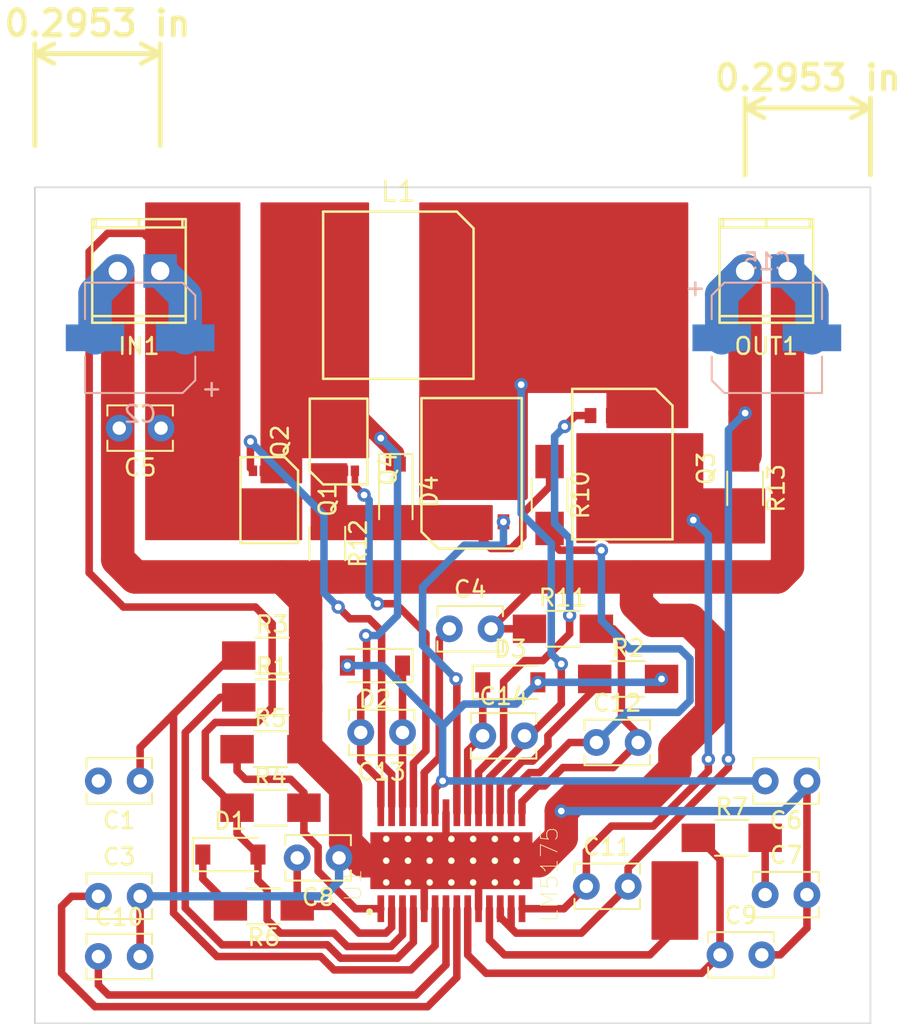
<source format=kicad_pcb>
(kicad_pcb (version 20170123) (host pcbnew no-vcs-found-be10de8~57~ubuntu16.10.1)

  (general
    (links 123)
    (no_connects 3)
    (area 59.949999 39.949999 110.050001 90.050001)
    (thickness 1.6)
    (drawings 6)
    (tracks 328)
    (zones 0)
    (modules 38)
    (nets 30)
  )

  (page A4)
  (layers
    (0 F.Cu signal)
    (31 B.Cu signal)
    (32 B.Adhes user)
    (33 F.Adhes user)
    (34 B.Paste user)
    (35 F.Paste user)
    (36 B.SilkS user)
    (37 F.SilkS user)
    (38 B.Mask user)
    (39 F.Mask user)
    (40 Dwgs.User user)
    (41 Cmts.User user)
    (42 Eco1.User user)
    (43 Eco2.User user)
    (44 Edge.Cuts user)
    (45 Margin user)
    (46 B.CrtYd user)
    (47 F.CrtYd user)
    (48 B.Fab user)
    (49 F.Fab user)
  )

  (setup
    (last_trace_width 0.5)
    (user_trace_width 0.35)
    (user_trace_width 0.4)
    (user_trace_width 0.45)
    (user_trace_width 0.5)
    (user_trace_width 1)
    (user_trace_width 2)
    (trace_clearance 0.2)
    (zone_clearance 0.1)
    (zone_45_only no)
    (trace_min 0.2)
    (segment_width 0.2)
    (edge_width 0.1)
    (via_size 0.8)
    (via_drill 0.4)
    (via_min_size 0.4)
    (via_min_drill 0.3)
    (uvia_size 0.3)
    (uvia_drill 0.1)
    (uvias_allowed no)
    (uvia_min_size 0.2)
    (uvia_min_drill 0.1)
    (pcb_text_width 0.3)
    (pcb_text_size 1.5 1.5)
    (mod_edge_width 0.15)
    (mod_text_size 1 1)
    (mod_text_width 0.15)
    (pad_size 1.5 1.5)
    (pad_drill 0.6)
    (pad_to_mask_clearance 0)
    (aux_axis_origin 0 0)
    (visible_elements FFFCFF1F)
    (pcbplotparams
      (layerselection 0x00030_ffffffff)
      (usegerberextensions false)
      (excludeedgelayer true)
      (linewidth 0.100000)
      (plotframeref false)
      (viasonmask false)
      (mode 1)
      (useauxorigin false)
      (hpglpennumber 1)
      (hpglpenspeed 20)
      (hpglpendiameter 15)
      (psnegative false)
      (psa4output false)
      (plotreference true)
      (plotvalue true)
      (plotinvisibletext false)
      (padsonsilk false)
      (subtractmaskfromsilk false)
      (outputformat 1)
      (mirror false)
      (drillshape 1)
      (scaleselection 1)
      (outputdirectory ""))
  )

  (net 0 "")
  (net 1 VCC)
  (net 2 /PGOOD)
  (net 3 /ISNS-)
  (net 4 /ISNS+)
  (net 5 Earth)
  (net 6 /MODE)
  (net 7 /RT/SYNC)
  (net 8 /EN)
  (net 9 /VIN)
  (net 10 "Net-(D1-Pad1)")
  (net 11 "Net-(C8-Pad2)")
  (net 12 /COMP)
  (net 13 "Net-(C7-Pad1)")
  (net 14 /CS)
  (net 15 /CSG)
  (net 16 /SW2)
  (net 17 /LDRV2)
  (net 18 /HDRV2)
  (net 19 /SW1)
  (net 20 /HDRV1)
  (net 21 /LDRV1)
  (net 22 /SLOPE)
  (net 23 /SS)
  (net 24 /FB)
  (net 25 /BOOT2)
  (net 26 /BIAS)
  (net 27 /BOOT1)
  (net 28 "Net-(C1-Pad2)")
  (net 29 /CSR)

  (net_class Default "This is the default net class."
    (clearance 0.2)
    (trace_width 0.25)
    (via_dia 0.8)
    (via_drill 0.4)
    (uvia_dia 0.3)
    (uvia_drill 0.1)
    (add_net /BIAS)
    (add_net /BOOT1)
    (add_net /BOOT2)
    (add_net /COMP)
    (add_net /CS)
    (add_net /CSG)
    (add_net /CSR)
    (add_net /EN)
    (add_net /FB)
    (add_net /HDRV1)
    (add_net /HDRV2)
    (add_net /ISNS+)
    (add_net /ISNS-)
    (add_net /LDRV1)
    (add_net /LDRV2)
    (add_net /MODE)
    (add_net /PGOOD)
    (add_net /RT/SYNC)
    (add_net /SLOPE)
    (add_net /SS)
    (add_net /SW1)
    (add_net /SW2)
    (add_net /VIN)
    (add_net Earth)
    (add_net "Net-(C1-Pad2)")
    (add_net "Net-(C7-Pad1)")
    (add_net "Net-(C8-Pad2)")
    (add_net "Net-(D1-Pad1)")
    (add_net VCC)
  )

  (module Resistors_SMD:R_1206_HandSoldering (layer F.Cu) (tedit 58E0A804) (tstamp 58F7A3C6)
    (at 74.2 70.5)
    (descr "Resistor SMD 1206, hand soldering")
    (tags "resistor 1206")
    (path /58F87440)
    (attr smd)
    (fp_text reference R1 (at 0 -1.85) (layer F.SilkS)
      (effects (font (size 1 1) (thickness 0.15)))
    )
    (fp_text value 98k (at 0 1.9) (layer F.Fab)
      (effects (font (size 1 1) (thickness 0.15)))
    )
    (fp_line (start 3.25 1.1) (end -3.25 1.1) (layer F.CrtYd) (width 0.05))
    (fp_line (start 3.25 1.1) (end 3.25 -1.11) (layer F.CrtYd) (width 0.05))
    (fp_line (start -3.25 -1.11) (end -3.25 1.1) (layer F.CrtYd) (width 0.05))
    (fp_line (start -3.25 -1.11) (end 3.25 -1.11) (layer F.CrtYd) (width 0.05))
    (fp_line (start -1 -1.07) (end 1 -1.07) (layer F.SilkS) (width 0.12))
    (fp_line (start 1 1.07) (end -1 1.07) (layer F.SilkS) (width 0.12))
    (fp_line (start -1.6 -0.8) (end 1.6 -0.8) (layer F.Fab) (width 0.1))
    (fp_line (start 1.6 -0.8) (end 1.6 0.8) (layer F.Fab) (width 0.1))
    (fp_line (start 1.6 0.8) (end -1.6 0.8) (layer F.Fab) (width 0.1))
    (fp_line (start -1.6 0.8) (end -1.6 -0.8) (layer F.Fab) (width 0.1))
    (fp_text user %R (at 0 0) (layer F.Fab)
      (effects (font (size 0.7 0.7) (thickness 0.105)))
    )
    (pad 2 smd rect (at 2 0) (size 2 1.7) (layers F.Cu F.Paste F.Mask)
      (net 5 Earth))
    (pad 1 smd rect (at -2 0) (size 2 1.7) (layers F.Cu F.Paste F.Mask)
      (net 6 /MODE))
    (model ${KISYS3DMOD}/Resistors_SMD.3dshapes/R_1206.wrl
      (at (xyz 0 0 0))
      (scale (xyz 1 1 1))
      (rotate (xyz 0 0 0))
    )
  )

  (module Capacitors_THT:C_Disc_D3.8mm_W2.6mm_P2.50mm (layer F.Cu) (tedit 58765D06) (tstamp 58F8218A)
    (at 86.8 72.8)
    (descr "C, Disc series, Radial, pin pitch=2.50mm, , diameter*width=3.8*2.6mm^2, Capacitor, http://www.vishay.com/docs/45233/krseries.pdf")
    (tags "C Disc series Radial pin pitch 2.50mm  diameter 3.8mm width 2.6mm Capacitor")
    (path /58F7CF83)
    (fp_text reference C14 (at 1.25 -2.36) (layer F.SilkS)
      (effects (font (size 1 1) (thickness 0.15)))
    )
    (fp_text value 100nF (at 1.25 2.36) (layer F.Fab)
      (effects (font (size 1 1) (thickness 0.15)))
    )
    (fp_line (start 3.55 -1.65) (end -1.05 -1.65) (layer F.CrtYd) (width 0.05))
    (fp_line (start 3.55 1.65) (end 3.55 -1.65) (layer F.CrtYd) (width 0.05))
    (fp_line (start -1.05 1.65) (end 3.55 1.65) (layer F.CrtYd) (width 0.05))
    (fp_line (start -1.05 -1.65) (end -1.05 1.65) (layer F.CrtYd) (width 0.05))
    (fp_line (start 3.21 0.75) (end 3.21 1.36) (layer F.SilkS) (width 0.12))
    (fp_line (start 3.21 -1.36) (end 3.21 -0.75) (layer F.SilkS) (width 0.12))
    (fp_line (start -0.71 0.75) (end -0.71 1.36) (layer F.SilkS) (width 0.12))
    (fp_line (start -0.71 -1.36) (end -0.71 -0.75) (layer F.SilkS) (width 0.12))
    (fp_line (start -0.71 1.36) (end 3.21 1.36) (layer F.SilkS) (width 0.12))
    (fp_line (start -0.71 -1.36) (end 3.21 -1.36) (layer F.SilkS) (width 0.12))
    (fp_line (start 3.15 -1.3) (end -0.65 -1.3) (layer F.Fab) (width 0.1))
    (fp_line (start 3.15 1.3) (end 3.15 -1.3) (layer F.Fab) (width 0.1))
    (fp_line (start -0.65 1.3) (end 3.15 1.3) (layer F.Fab) (width 0.1))
    (fp_line (start -0.65 -1.3) (end -0.65 1.3) (layer F.Fab) (width 0.1))
    (pad 2 thru_hole circle (at 2.5 0) (size 1.6 1.6) (drill 0.8) (layers *.Cu *.Mask)
      (net 16 /SW2))
    (pad 1 thru_hole circle (at 0 0) (size 1.6 1.6) (drill 0.8) (layers *.Cu *.Mask)
      (net 25 /BOOT2))
    (model Capacitors_THT.3dshapes/C_Disc_D3.8mm_W2.6mm_P2.50mm.wrl
      (at (xyz 0 0 0))
      (scale (xyz 0.393701 0.393701 0.393701))
      (rotate (xyz 0 0 0))
    )
  )

  (module Connectors_Terminal_Blocks:TerminalBlock_Pheonix_MPT-2.54mm_2pol (layer F.Cu) (tedit 0) (tstamp 58F7A85A)
    (at 67.5 45 180)
    (descr "2-way 2.54mm pitch terminal block, Phoenix MPT series")
    (path /58A19743)
    (fp_text reference IN1 (at 1.27 -4.50088 180) (layer F.SilkS)
      (effects (font (size 1 1) (thickness 0.15)))
    )
    (fp_text value Screw_Terminal_1x02 (at 1.27 4.50088 180) (layer F.Fab)
      (effects (font (size 1 1) (thickness 0.15)))
    )
    (fp_line (start -1.52908 -3.0988) (end -1.52908 3.0988) (layer F.SilkS) (width 0.15))
    (fp_line (start 4.06908 -3.0988) (end -1.52908 -3.0988) (layer F.SilkS) (width 0.15))
    (fp_line (start 4.06908 3.0988) (end 4.06908 -3.0988) (layer F.SilkS) (width 0.15))
    (fp_line (start -1.52908 3.0988) (end 4.06908 3.0988) (layer F.SilkS) (width 0.15))
    (fp_line (start -1.52908 -2.70002) (end 4.06908 -2.70002) (layer F.SilkS) (width 0.15))
    (fp_line (start 1.27 3.0988) (end 1.27 2.60096) (layer F.SilkS) (width 0.15))
    (fp_line (start 3.87096 2.60096) (end 3.87096 3.0988) (layer F.SilkS) (width 0.15))
    (fp_line (start -1.33096 3.0988) (end -1.33096 2.60096) (layer F.SilkS) (width 0.15))
    (fp_line (start 4.06908 2.60096) (end -1.52908 2.60096) (layer F.SilkS) (width 0.15))
    (fp_line (start 4.3 -3.3) (end 4.3 3.3) (layer F.CrtYd) (width 0.05))
    (fp_line (start 4.3 3.3) (end -1.7 3.3) (layer F.CrtYd) (width 0.05))
    (fp_line (start -1.7 3.3) (end -1.7 -3.3) (layer F.CrtYd) (width 0.05))
    (fp_line (start -1.7 -3.3) (end 4.3 -3.3) (layer F.CrtYd) (width 0.05))
    (pad 1 thru_hole rect (at 0 0 180) (size 1.99898 1.99898) (drill 1.09728) (layers *.Cu *.Mask)
      (net 9 /VIN))
    (pad 2 thru_hole oval (at 2.54 0 180) (size 1.99898 1.99898) (drill 1.09728) (layers *.Cu *.Mask)
      (net 5 Earth))
    (model Terminal_Blocks.3dshapes/TerminalBlock_Pheonix_MPT-2.54mm_2pol.wrl
      (at (xyz 0.05 0 0))
      (scale (xyz 1 1 1))
      (rotate (xyz 0 0 0))
    )
  )

  (module NexFET:coil_craft (layer F.Cu) (tedit 0) (tstamp 58F795E0)
    (at 81.75 46.45 270)
    (path /58A1BAB1)
    (fp_text reference L1 (at -6.2 0) (layer F.SilkS)
      (effects (font (size 1.2 1.2) (thickness 0.15)))
    )
    (fp_text value 8.2uH (at 0 0 270) (layer F.Fab)
      (effects (font (size 1.2 1.2) (thickness 0.15)))
    )
    (fp_line (start -4 -4.5) (end -5 -3.5) (layer F.SilkS) (width 0.15))
    (fp_line (start -5 -3.5) (end -5 4.5) (layer F.SilkS) (width 0.15))
    (fp_line (start -5 4.5) (end 5 4.5) (layer F.SilkS) (width 0.15))
    (fp_line (start 5 4.5) (end 5 -4.5) (layer F.SilkS) (width 0.15))
    (fp_line (start 5 -4.5) (end -4 -4.5) (layer F.SilkS) (width 0.15))
    (pad 2 smd rect (at 0 -3 270) (size 9 2) (layers F.Cu F.Paste F.Mask)
      (net 16 /SW2))
    (pad 1 smd rect (at 0 3 270) (size 9 2) (layers F.Cu F.Paste F.Mask)
      (net 19 /SW1))
  )

  (module Capacitors_SMD:CP_Elec_6.3x5.3 (layer B.Cu) (tedit 58AA8B2D) (tstamp 58F7AC15)
    (at 66.3 49 180)
    (descr "SMT capacitor, aluminium electrolytic, 6.3x5.3")
    (path /58F6DE49)
    (attr smd)
    (fp_text reference C2 (at 0 -4.56 180) (layer B.SilkS)
      (effects (font (size 1 1) (thickness 0.15)) (justify mirror))
    )
    (fp_text value 68nF (at 0 4.56 180) (layer B.Fab)
      (effects (font (size 1 1) (thickness 0.15)) (justify mirror))
    )
    (fp_circle (center 0 0) (end 0.6 -3) (layer B.Fab) (width 0.1))
    (fp_text user + (at -1.75 0.08 180) (layer B.Fab)
      (effects (font (size 1 1) (thickness 0.15)) (justify mirror))
    )
    (fp_text user + (at -4.28 -3.01 180) (layer B.SilkS)
      (effects (font (size 1 1) (thickness 0.15)) (justify mirror))
    )
    (fp_text user %R (at 0 -4.56 180) (layer B.Fab)
      (effects (font (size 1 1) (thickness 0.15)) (justify mirror))
    )
    (fp_line (start 3.15 -3.15) (end 3.15 3.15) (layer B.Fab) (width 0.1))
    (fp_line (start -2.48 -3.15) (end 3.15 -3.15) (layer B.Fab) (width 0.1))
    (fp_line (start -3.15 -2.48) (end -2.48 -3.15) (layer B.Fab) (width 0.1))
    (fp_line (start -3.15 2.48) (end -3.15 -2.48) (layer B.Fab) (width 0.1))
    (fp_line (start -2.48 3.15) (end -3.15 2.48) (layer B.Fab) (width 0.1))
    (fp_line (start 3.15 3.15) (end -2.48 3.15) (layer B.Fab) (width 0.1))
    (fp_line (start 3.3 -3.3) (end 3.3 -1.12) (layer B.SilkS) (width 0.12))
    (fp_line (start 3.3 3.3) (end 3.3 1.12) (layer B.SilkS) (width 0.12))
    (fp_line (start -3.3 -2.54) (end -3.3 -1.12) (layer B.SilkS) (width 0.12))
    (fp_line (start -3.3 2.54) (end -3.3 1.12) (layer B.SilkS) (width 0.12))
    (fp_line (start 3.3 -3.3) (end -2.54 -3.3) (layer B.SilkS) (width 0.12))
    (fp_line (start -2.54 -3.3) (end -3.3 -2.54) (layer B.SilkS) (width 0.12))
    (fp_line (start -3.3 2.54) (end -2.54 3.3) (layer B.SilkS) (width 0.12))
    (fp_line (start -2.54 3.3) (end 3.3 3.3) (layer B.SilkS) (width 0.12))
    (fp_line (start -4.7 3.4) (end 4.7 3.4) (layer B.CrtYd) (width 0.05))
    (fp_line (start -4.7 3.4) (end -4.7 -3.4) (layer B.CrtYd) (width 0.05))
    (fp_line (start 4.7 -3.4) (end 4.7 3.4) (layer B.CrtYd) (width 0.05))
    (fp_line (start 4.7 -3.4) (end -4.7 -3.4) (layer B.CrtYd) (width 0.05))
    (pad 1 smd rect (at -2.7 0) (size 3.5 1.6) (layers B.Cu B.Paste B.Mask)
      (net 9 /VIN))
    (pad 2 smd rect (at 2.7 0) (size 3.5 1.6) (layers B.Cu B.Paste B.Mask)
      (net 5 Earth))
    (model Capacitors_SMD.3dshapes/CP_Elec_6.3x5.3.wrl
      (at (xyz 0 0 0))
      (scale (xyz 1 1 1))
      (rotate (xyz 0 0 180))
    )
  )

  (module Capacitors_SMD:CP_Elec_6.3x5.3 (layer B.Cu) (tedit 58AA8B2D) (tstamp 58F7ABC3)
    (at 103.8 49)
    (descr "SMT capacitor, aluminium electrolytic, 6.3x5.3")
    (path /58F817A4)
    (attr smd)
    (fp_text reference C15 (at 0 -4.56) (layer B.SilkS)
      (effects (font (size 1 1) (thickness 0.15)) (justify mirror))
    )
    (fp_text value 68nF (at 0 4.56) (layer B.Fab)
      (effects (font (size 1 1) (thickness 0.15)) (justify mirror))
    )
    (fp_line (start 4.7 -3.4) (end -4.7 -3.4) (layer B.CrtYd) (width 0.05))
    (fp_line (start 4.7 -3.4) (end 4.7 3.4) (layer B.CrtYd) (width 0.05))
    (fp_line (start -4.7 3.4) (end -4.7 -3.4) (layer B.CrtYd) (width 0.05))
    (fp_line (start -4.7 3.4) (end 4.7 3.4) (layer B.CrtYd) (width 0.05))
    (fp_line (start -2.54 3.3) (end 3.3 3.3) (layer B.SilkS) (width 0.12))
    (fp_line (start -3.3 2.54) (end -2.54 3.3) (layer B.SilkS) (width 0.12))
    (fp_line (start -2.54 -3.3) (end -3.3 -2.54) (layer B.SilkS) (width 0.12))
    (fp_line (start 3.3 -3.3) (end -2.54 -3.3) (layer B.SilkS) (width 0.12))
    (fp_line (start -3.3 2.54) (end -3.3 1.12) (layer B.SilkS) (width 0.12))
    (fp_line (start -3.3 -2.54) (end -3.3 -1.12) (layer B.SilkS) (width 0.12))
    (fp_line (start 3.3 3.3) (end 3.3 1.12) (layer B.SilkS) (width 0.12))
    (fp_line (start 3.3 -3.3) (end 3.3 -1.12) (layer B.SilkS) (width 0.12))
    (fp_line (start 3.15 3.15) (end -2.48 3.15) (layer B.Fab) (width 0.1))
    (fp_line (start -2.48 3.15) (end -3.15 2.48) (layer B.Fab) (width 0.1))
    (fp_line (start -3.15 2.48) (end -3.15 -2.48) (layer B.Fab) (width 0.1))
    (fp_line (start -3.15 -2.48) (end -2.48 -3.15) (layer B.Fab) (width 0.1))
    (fp_line (start -2.48 -3.15) (end 3.15 -3.15) (layer B.Fab) (width 0.1))
    (fp_line (start 3.15 -3.15) (end 3.15 3.15) (layer B.Fab) (width 0.1))
    (fp_text user %R (at 0 -4.56) (layer B.Fab)
      (effects (font (size 1 1) (thickness 0.15)) (justify mirror))
    )
    (fp_text user + (at -4.28 -3.01) (layer B.SilkS)
      (effects (font (size 1 1) (thickness 0.15)) (justify mirror))
    )
    (fp_text user + (at -1.75 0.08) (layer B.Fab)
      (effects (font (size 1 1) (thickness 0.15)) (justify mirror))
    )
    (fp_circle (center 0 0) (end 0.6 -3) (layer B.Fab) (width 0.1))
    (pad 2 smd rect (at 2.7 0 180) (size 3.5 1.6) (layers B.Cu B.Paste B.Mask)
      (net 5 Earth))
    (pad 1 smd rect (at -2.7 0 180) (size 3.5 1.6) (layers B.Cu B.Paste B.Mask)
      (net 3 /ISNS-))
    (model Capacitors_SMD.3dshapes/CP_Elec_6.3x5.3.wrl
      (at (xyz 0 0 0))
      (scale (xyz 1 1 1))
      (rotate (xyz 0 0 180))
    )
  )

  (module Capacitors_THT:C_Disc_D3.8mm_W2.6mm_P2.50mm (layer F.Cu) (tedit 58765D06) (tstamp 58F7AB47)
    (at 66.3 75.5 180)
    (descr "C, Disc series, Radial, pin pitch=2.50mm, , diameter*width=3.8*2.6mm^2, Capacitor, http://www.vishay.com/docs/45233/krseries.pdf")
    (tags "C Disc series Radial pin pitch 2.50mm  diameter 3.8mm width 2.6mm Capacitor")
    (path /58F86E05)
    (fp_text reference C1 (at 1.25 -2.36 180) (layer F.SilkS)
      (effects (font (size 1 1) (thickness 0.15)))
    )
    (fp_text value 47pF (at 1.25 2.36 180) (layer F.Fab)
      (effects (font (size 1 1) (thickness 0.15)))
    )
    (fp_line (start -0.65 -1.3) (end -0.65 1.3) (layer F.Fab) (width 0.1))
    (fp_line (start -0.65 1.3) (end 3.15 1.3) (layer F.Fab) (width 0.1))
    (fp_line (start 3.15 1.3) (end 3.15 -1.3) (layer F.Fab) (width 0.1))
    (fp_line (start 3.15 -1.3) (end -0.65 -1.3) (layer F.Fab) (width 0.1))
    (fp_line (start -0.71 -1.36) (end 3.21 -1.36) (layer F.SilkS) (width 0.12))
    (fp_line (start -0.71 1.36) (end 3.21 1.36) (layer F.SilkS) (width 0.12))
    (fp_line (start -0.71 -1.36) (end -0.71 -0.75) (layer F.SilkS) (width 0.12))
    (fp_line (start -0.71 0.75) (end -0.71 1.36) (layer F.SilkS) (width 0.12))
    (fp_line (start 3.21 -1.36) (end 3.21 -0.75) (layer F.SilkS) (width 0.12))
    (fp_line (start 3.21 0.75) (end 3.21 1.36) (layer F.SilkS) (width 0.12))
    (fp_line (start -1.05 -1.65) (end -1.05 1.65) (layer F.CrtYd) (width 0.05))
    (fp_line (start -1.05 1.65) (end 3.55 1.65) (layer F.CrtYd) (width 0.05))
    (fp_line (start 3.55 1.65) (end 3.55 -1.65) (layer F.CrtYd) (width 0.05))
    (fp_line (start 3.55 -1.65) (end -1.05 -1.65) (layer F.CrtYd) (width 0.05))
    (pad 1 thru_hole circle (at 0 0 180) (size 1.6 1.6) (drill 0.8) (layers *.Cu *.Mask)
      (net 7 /RT/SYNC))
    (pad 2 thru_hole circle (at 2.5 0 180) (size 1.6 1.6) (drill 0.8) (layers *.Cu *.Mask)
      (net 28 "Net-(C1-Pad2)"))
    (model Capacitors_THT.3dshapes/C_Disc_D3.8mm_W2.6mm_P2.50mm.wrl
      (at (xyz 0 0 0))
      (scale (xyz 0.393701 0.393701 0.393701))
      (rotate (xyz 0 0 0))
    )
  )

  (module Capacitors_THT:C_Disc_D3.8mm_W2.6mm_P2.50mm (layer F.Cu) (tedit 58765D06) (tstamp 58F7AB0D)
    (at 82 72.6 180)
    (descr "C, Disc series, Radial, pin pitch=2.50mm, , diameter*width=3.8*2.6mm^2, Capacitor, http://www.vishay.com/docs/45233/krseries.pdf")
    (tags "C Disc series Radial pin pitch 2.50mm  diameter 3.8mm width 2.6mm Capacitor")
    (path /58F78C55)
    (fp_text reference C13 (at 1.25 -2.36 180) (layer F.SilkS)
      (effects (font (size 1 1) (thickness 0.15)))
    )
    (fp_text value 100nF (at 1.25 2.36 180) (layer F.Fab)
      (effects (font (size 1 1) (thickness 0.15)))
    )
    (fp_line (start 3.55 -1.65) (end -1.05 -1.65) (layer F.CrtYd) (width 0.05))
    (fp_line (start 3.55 1.65) (end 3.55 -1.65) (layer F.CrtYd) (width 0.05))
    (fp_line (start -1.05 1.65) (end 3.55 1.65) (layer F.CrtYd) (width 0.05))
    (fp_line (start -1.05 -1.65) (end -1.05 1.65) (layer F.CrtYd) (width 0.05))
    (fp_line (start 3.21 0.75) (end 3.21 1.36) (layer F.SilkS) (width 0.12))
    (fp_line (start 3.21 -1.36) (end 3.21 -0.75) (layer F.SilkS) (width 0.12))
    (fp_line (start -0.71 0.75) (end -0.71 1.36) (layer F.SilkS) (width 0.12))
    (fp_line (start -0.71 -1.36) (end -0.71 -0.75) (layer F.SilkS) (width 0.12))
    (fp_line (start -0.71 1.36) (end 3.21 1.36) (layer F.SilkS) (width 0.12))
    (fp_line (start -0.71 -1.36) (end 3.21 -1.36) (layer F.SilkS) (width 0.12))
    (fp_line (start 3.15 -1.3) (end -0.65 -1.3) (layer F.Fab) (width 0.1))
    (fp_line (start 3.15 1.3) (end 3.15 -1.3) (layer F.Fab) (width 0.1))
    (fp_line (start -0.65 1.3) (end 3.15 1.3) (layer F.Fab) (width 0.1))
    (fp_line (start -0.65 -1.3) (end -0.65 1.3) (layer F.Fab) (width 0.1))
    (pad 2 thru_hole circle (at 2.5 0 180) (size 1.6 1.6) (drill 0.8) (layers *.Cu *.Mask)
      (net 19 /SW1))
    (pad 1 thru_hole circle (at 0 0 180) (size 1.6 1.6) (drill 0.8) (layers *.Cu *.Mask)
      (net 27 /BOOT1))
    (model Capacitors_THT.3dshapes/C_Disc_D3.8mm_W2.6mm_P2.50mm.wrl
      (at (xyz 0 0 0))
      (scale (xyz 0.393701 0.393701 0.393701))
      (rotate (xyz 0 0 0))
    )
  )

  (module Capacitors_THT:C_Disc_D3.8mm_W2.6mm_P2.50mm (layer F.Cu) (tedit 58765D06) (tstamp 58F7AAD3)
    (at 93.6 73.2)
    (descr "C, Disc series, Radial, pin pitch=2.50mm, , diameter*width=3.8*2.6mm^2, Capacitor, http://www.vishay.com/docs/45233/krseries.pdf")
    (tags "C Disc series Radial pin pitch 2.50mm  diameter 3.8mm width 2.6mm Capacitor")
    (path /58F79AA3)
    (fp_text reference C12 (at 1.25 -2.36) (layer F.SilkS)
      (effects (font (size 1 1) (thickness 0.15)))
    )
    (fp_text value 47pF (at 1.25 2.36) (layer F.Fab)
      (effects (font (size 1 1) (thickness 0.15)))
    )
    (fp_line (start -0.65 -1.3) (end -0.65 1.3) (layer F.Fab) (width 0.1))
    (fp_line (start -0.65 1.3) (end 3.15 1.3) (layer F.Fab) (width 0.1))
    (fp_line (start 3.15 1.3) (end 3.15 -1.3) (layer F.Fab) (width 0.1))
    (fp_line (start 3.15 -1.3) (end -0.65 -1.3) (layer F.Fab) (width 0.1))
    (fp_line (start -0.71 -1.36) (end 3.21 -1.36) (layer F.SilkS) (width 0.12))
    (fp_line (start -0.71 1.36) (end 3.21 1.36) (layer F.SilkS) (width 0.12))
    (fp_line (start -0.71 -1.36) (end -0.71 -0.75) (layer F.SilkS) (width 0.12))
    (fp_line (start -0.71 0.75) (end -0.71 1.36) (layer F.SilkS) (width 0.12))
    (fp_line (start 3.21 -1.36) (end 3.21 -0.75) (layer F.SilkS) (width 0.12))
    (fp_line (start 3.21 0.75) (end 3.21 1.36) (layer F.SilkS) (width 0.12))
    (fp_line (start -1.05 -1.65) (end -1.05 1.65) (layer F.CrtYd) (width 0.05))
    (fp_line (start -1.05 1.65) (end 3.55 1.65) (layer F.CrtYd) (width 0.05))
    (fp_line (start 3.55 1.65) (end 3.55 -1.65) (layer F.CrtYd) (width 0.05))
    (fp_line (start 3.55 -1.65) (end -1.05 -1.65) (layer F.CrtYd) (width 0.05))
    (pad 1 thru_hole circle (at 0 0) (size 1.6 1.6) (drill 0.8) (layers *.Cu *.Mask)
      (net 14 /CS))
    (pad 2 thru_hole circle (at 2.5 0) (size 1.6 1.6) (drill 0.8) (layers *.Cu *.Mask)
      (net 15 /CSG))
    (model Capacitors_THT.3dshapes/C_Disc_D3.8mm_W2.6mm_P2.50mm.wrl
      (at (xyz 0 0 0))
      (scale (xyz 0.393701 0.393701 0.393701))
      (rotate (xyz 0 0 0))
    )
  )

  (module Capacitors_THT:C_Disc_D3.8mm_W2.6mm_P2.50mm (layer F.Cu) (tedit 58765D06) (tstamp 58F7AA99)
    (at 93 81.8)
    (descr "C, Disc series, Radial, pin pitch=2.50mm, , diameter*width=3.8*2.6mm^2, Capacitor, http://www.vishay.com/docs/45233/krseries.pdf")
    (tags "C Disc series Radial pin pitch 2.50mm  diameter 3.8mm width 2.6mm Capacitor")
    (path /58F72C73)
    (fp_text reference C11 (at 1.25 -2.36) (layer F.SilkS)
      (effects (font (size 1 1) (thickness 0.15)))
    )
    (fp_text value 1uF (at 1.25 2.36) (layer F.Fab)
      (effects (font (size 1 1) (thickness 0.15)))
    )
    (fp_line (start 3.55 -1.65) (end -1.05 -1.65) (layer F.CrtYd) (width 0.05))
    (fp_line (start 3.55 1.65) (end 3.55 -1.65) (layer F.CrtYd) (width 0.05))
    (fp_line (start -1.05 1.65) (end 3.55 1.65) (layer F.CrtYd) (width 0.05))
    (fp_line (start -1.05 -1.65) (end -1.05 1.65) (layer F.CrtYd) (width 0.05))
    (fp_line (start 3.21 0.75) (end 3.21 1.36) (layer F.SilkS) (width 0.12))
    (fp_line (start 3.21 -1.36) (end 3.21 -0.75) (layer F.SilkS) (width 0.12))
    (fp_line (start -0.71 0.75) (end -0.71 1.36) (layer F.SilkS) (width 0.12))
    (fp_line (start -0.71 -1.36) (end -0.71 -0.75) (layer F.SilkS) (width 0.12))
    (fp_line (start -0.71 1.36) (end 3.21 1.36) (layer F.SilkS) (width 0.12))
    (fp_line (start -0.71 -1.36) (end 3.21 -1.36) (layer F.SilkS) (width 0.12))
    (fp_line (start 3.15 -1.3) (end -0.65 -1.3) (layer F.Fab) (width 0.1))
    (fp_line (start 3.15 1.3) (end 3.15 -1.3) (layer F.Fab) (width 0.1))
    (fp_line (start -0.65 1.3) (end 3.15 1.3) (layer F.Fab) (width 0.1))
    (fp_line (start -0.65 -1.3) (end -0.65 1.3) (layer F.Fab) (width 0.1))
    (pad 2 thru_hole circle (at 2.5 0) (size 1.6 1.6) (drill 0.8) (layers *.Cu *.Mask)
      (net 3 /ISNS-))
    (pad 1 thru_hole circle (at 0 0) (size 1.6 1.6) (drill 0.8) (layers *.Cu *.Mask)
      (net 4 /ISNS+))
    (model Capacitors_THT.3dshapes/C_Disc_D3.8mm_W2.6mm_P2.50mm.wrl
      (at (xyz 0 0 0))
      (scale (xyz 0.393701 0.393701 0.393701))
      (rotate (xyz 0 0 0))
    )
  )

  (module Capacitors_THT:C_Disc_D3.8mm_W2.6mm_P2.50mm (layer F.Cu) (tedit 58765D06) (tstamp 58F7AA5F)
    (at 63.8 86)
    (descr "C, Disc series, Radial, pin pitch=2.50mm, , diameter*width=3.8*2.6mm^2, Capacitor, http://www.vishay.com/docs/45233/krseries.pdf")
    (tags "C Disc series Radial pin pitch 2.50mm  diameter 3.8mm width 2.6mm Capacitor")
    (path /58F834AB)
    (fp_text reference C10 (at 1.25 -2.36) (layer F.SilkS)
      (effects (font (size 1 1) (thickness 0.15)))
    )
    (fp_text value 270pF (at 1.25 2.36) (layer F.Fab)
      (effects (font (size 1 1) (thickness 0.15)))
    )
    (fp_line (start -0.65 -1.3) (end -0.65 1.3) (layer F.Fab) (width 0.1))
    (fp_line (start -0.65 1.3) (end 3.15 1.3) (layer F.Fab) (width 0.1))
    (fp_line (start 3.15 1.3) (end 3.15 -1.3) (layer F.Fab) (width 0.1))
    (fp_line (start 3.15 -1.3) (end -0.65 -1.3) (layer F.Fab) (width 0.1))
    (fp_line (start -0.71 -1.36) (end 3.21 -1.36) (layer F.SilkS) (width 0.12))
    (fp_line (start -0.71 1.36) (end 3.21 1.36) (layer F.SilkS) (width 0.12))
    (fp_line (start -0.71 -1.36) (end -0.71 -0.75) (layer F.SilkS) (width 0.12))
    (fp_line (start -0.71 0.75) (end -0.71 1.36) (layer F.SilkS) (width 0.12))
    (fp_line (start 3.21 -1.36) (end 3.21 -0.75) (layer F.SilkS) (width 0.12))
    (fp_line (start 3.21 0.75) (end 3.21 1.36) (layer F.SilkS) (width 0.12))
    (fp_line (start -1.05 -1.65) (end -1.05 1.65) (layer F.CrtYd) (width 0.05))
    (fp_line (start -1.05 1.65) (end 3.55 1.65) (layer F.CrtYd) (width 0.05))
    (fp_line (start 3.55 1.65) (end 3.55 -1.65) (layer F.CrtYd) (width 0.05))
    (fp_line (start 3.55 -1.65) (end -1.05 -1.65) (layer F.CrtYd) (width 0.05))
    (pad 1 thru_hole circle (at 0 0) (size 1.6 1.6) (drill 0.8) (layers *.Cu *.Mask)
      (net 22 /SLOPE))
    (pad 2 thru_hole circle (at 2.5 0) (size 1.6 1.6) (drill 0.8) (layers *.Cu *.Mask)
      (net 5 Earth))
    (model Capacitors_THT.3dshapes/C_Disc_D3.8mm_W2.6mm_P2.50mm.wrl
      (at (xyz 0 0 0))
      (scale (xyz 0.393701 0.393701 0.393701))
      (rotate (xyz 0 0 0))
    )
  )

  (module Capacitors_THT:C_Disc_D3.8mm_W2.6mm_P2.50mm (layer F.Cu) (tedit 58765D06) (tstamp 58F7AA25)
    (at 78.2 80.1 180)
    (descr "C, Disc series, Radial, pin pitch=2.50mm, , diameter*width=3.8*2.6mm^2, Capacitor, http://www.vishay.com/docs/45233/krseries.pdf")
    (tags "C Disc series Radial pin pitch 2.50mm  diameter 3.8mm width 2.6mm Capacitor")
    (path /58A19DEB)
    (fp_text reference C8 (at 1.25 -2.36 180) (layer F.SilkS)
      (effects (font (size 1 1) (thickness 0.15)))
    )
    (fp_text value 220nF (at 1.25 2.36 180) (layer F.Fab)
      (effects (font (size 1 1) (thickness 0.15)))
    )
    (fp_line (start 3.55 -1.65) (end -1.05 -1.65) (layer F.CrtYd) (width 0.05))
    (fp_line (start 3.55 1.65) (end 3.55 -1.65) (layer F.CrtYd) (width 0.05))
    (fp_line (start -1.05 1.65) (end 3.55 1.65) (layer F.CrtYd) (width 0.05))
    (fp_line (start -1.05 -1.65) (end -1.05 1.65) (layer F.CrtYd) (width 0.05))
    (fp_line (start 3.21 0.75) (end 3.21 1.36) (layer F.SilkS) (width 0.12))
    (fp_line (start 3.21 -1.36) (end 3.21 -0.75) (layer F.SilkS) (width 0.12))
    (fp_line (start -0.71 0.75) (end -0.71 1.36) (layer F.SilkS) (width 0.12))
    (fp_line (start -0.71 -1.36) (end -0.71 -0.75) (layer F.SilkS) (width 0.12))
    (fp_line (start -0.71 1.36) (end 3.21 1.36) (layer F.SilkS) (width 0.12))
    (fp_line (start -0.71 -1.36) (end 3.21 -1.36) (layer F.SilkS) (width 0.12))
    (fp_line (start 3.15 -1.3) (end -0.65 -1.3) (layer F.Fab) (width 0.1))
    (fp_line (start 3.15 1.3) (end 3.15 -1.3) (layer F.Fab) (width 0.1))
    (fp_line (start -0.65 1.3) (end 3.15 1.3) (layer F.Fab) (width 0.1))
    (fp_line (start -0.65 -1.3) (end -0.65 1.3) (layer F.Fab) (width 0.1))
    (pad 2 thru_hole circle (at 2.5 0 180) (size 1.6 1.6) (drill 0.8) (layers *.Cu *.Mask)
      (net 11 "Net-(C8-Pad2)"))
    (pad 1 thru_hole circle (at 0 0 180) (size 1.6 1.6) (drill 0.8) (layers *.Cu *.Mask)
      (net 5 Earth))
    (model Capacitors_THT.3dshapes/C_Disc_D3.8mm_W2.6mm_P2.50mm.wrl
      (at (xyz 0 0 0))
      (scale (xyz 0.393701 0.393701 0.393701))
      (rotate (xyz 0 0 0))
    )
  )

  (module Capacitors_THT:C_Disc_D3.8mm_W2.6mm_P2.50mm (layer F.Cu) (tedit 58765D06) (tstamp 58F7A9EB)
    (at 103.7 82.3)
    (descr "C, Disc series, Radial, pin pitch=2.50mm, , diameter*width=3.8*2.6mm^2, Capacitor, http://www.vishay.com/docs/45233/krseries.pdf")
    (tags "C Disc series Radial pin pitch 2.50mm  diameter 3.8mm width 2.6mm Capacitor")
    (path /58A4DE49)
    (fp_text reference C7 (at 1.25 -2.36) (layer F.SilkS)
      (effects (font (size 1 1) (thickness 0.15)))
    )
    (fp_text value 8.2nF (at 1.25 2.36) (layer F.Fab)
      (effects (font (size 1 1) (thickness 0.15)))
    )
    (fp_line (start -0.65 -1.3) (end -0.65 1.3) (layer F.Fab) (width 0.1))
    (fp_line (start -0.65 1.3) (end 3.15 1.3) (layer F.Fab) (width 0.1))
    (fp_line (start 3.15 1.3) (end 3.15 -1.3) (layer F.Fab) (width 0.1))
    (fp_line (start 3.15 -1.3) (end -0.65 -1.3) (layer F.Fab) (width 0.1))
    (fp_line (start -0.71 -1.36) (end 3.21 -1.36) (layer F.SilkS) (width 0.12))
    (fp_line (start -0.71 1.36) (end 3.21 1.36) (layer F.SilkS) (width 0.12))
    (fp_line (start -0.71 -1.36) (end -0.71 -0.75) (layer F.SilkS) (width 0.12))
    (fp_line (start -0.71 0.75) (end -0.71 1.36) (layer F.SilkS) (width 0.12))
    (fp_line (start 3.21 -1.36) (end 3.21 -0.75) (layer F.SilkS) (width 0.12))
    (fp_line (start 3.21 0.75) (end 3.21 1.36) (layer F.SilkS) (width 0.12))
    (fp_line (start -1.05 -1.65) (end -1.05 1.65) (layer F.CrtYd) (width 0.05))
    (fp_line (start -1.05 1.65) (end 3.55 1.65) (layer F.CrtYd) (width 0.05))
    (fp_line (start 3.55 1.65) (end 3.55 -1.65) (layer F.CrtYd) (width 0.05))
    (fp_line (start 3.55 -1.65) (end -1.05 -1.65) (layer F.CrtYd) (width 0.05))
    (pad 1 thru_hole circle (at 0 0) (size 1.6 1.6) (drill 0.8) (layers *.Cu *.Mask)
      (net 13 "Net-(C7-Pad1)"))
    (pad 2 thru_hole circle (at 2.5 0) (size 1.6 1.6) (drill 0.8) (layers *.Cu *.Mask)
      (net 5 Earth))
    (model Capacitors_THT.3dshapes/C_Disc_D3.8mm_W2.6mm_P2.50mm.wrl
      (at (xyz 0 0 0))
      (scale (xyz 0.393701 0.393701 0.393701))
      (rotate (xyz 0 0 0))
    )
  )

  (module Capacitors_THT:C_Disc_D3.8mm_W2.6mm_P2.50mm (layer F.Cu) (tedit 58765D06) (tstamp 58F7A9B1)
    (at 106.2 75.5 180)
    (descr "C, Disc series, Radial, pin pitch=2.50mm, , diameter*width=3.8*2.6mm^2, Capacitor, http://www.vishay.com/docs/45233/krseries.pdf")
    (tags "C Disc series Radial pin pitch 2.50mm  diameter 3.8mm width 2.6mm Capacitor")
    (path /58F84E98)
    (fp_text reference C6 (at 1.25 -2.36 180) (layer F.SilkS)
      (effects (font (size 1 1) (thickness 0.15)))
    )
    (fp_text value 1uF (at 1.25 2.36 180) (layer F.Fab)
      (effects (font (size 1 1) (thickness 0.15)))
    )
    (fp_line (start 3.55 -1.65) (end -1.05 -1.65) (layer F.CrtYd) (width 0.05))
    (fp_line (start 3.55 1.65) (end 3.55 -1.65) (layer F.CrtYd) (width 0.05))
    (fp_line (start -1.05 1.65) (end 3.55 1.65) (layer F.CrtYd) (width 0.05))
    (fp_line (start -1.05 -1.65) (end -1.05 1.65) (layer F.CrtYd) (width 0.05))
    (fp_line (start 3.21 0.75) (end 3.21 1.36) (layer F.SilkS) (width 0.12))
    (fp_line (start 3.21 -1.36) (end 3.21 -0.75) (layer F.SilkS) (width 0.12))
    (fp_line (start -0.71 0.75) (end -0.71 1.36) (layer F.SilkS) (width 0.12))
    (fp_line (start -0.71 -1.36) (end -0.71 -0.75) (layer F.SilkS) (width 0.12))
    (fp_line (start -0.71 1.36) (end 3.21 1.36) (layer F.SilkS) (width 0.12))
    (fp_line (start -0.71 -1.36) (end 3.21 -1.36) (layer F.SilkS) (width 0.12))
    (fp_line (start 3.15 -1.3) (end -0.65 -1.3) (layer F.Fab) (width 0.1))
    (fp_line (start 3.15 1.3) (end 3.15 -1.3) (layer F.Fab) (width 0.1))
    (fp_line (start -0.65 1.3) (end 3.15 1.3) (layer F.Fab) (width 0.1))
    (fp_line (start -0.65 -1.3) (end -0.65 1.3) (layer F.Fab) (width 0.1))
    (pad 2 thru_hole circle (at 2.5 0 180) (size 1.6 1.6) (drill 0.8) (layers *.Cu *.Mask)
      (net 1 VCC))
    (pad 1 thru_hole circle (at 0 0 180) (size 1.6 1.6) (drill 0.8) (layers *.Cu *.Mask)
      (net 5 Earth))
    (model Capacitors_THT.3dshapes/C_Disc_D3.8mm_W2.6mm_P2.50mm.wrl
      (at (xyz 0 0 0))
      (scale (xyz 0.393701 0.393701 0.393701))
      (rotate (xyz 0 0 0))
    )
  )

  (module Capacitors_THT:C_Disc_D3.8mm_W2.6mm_P2.50mm (layer F.Cu) (tedit 58765D06) (tstamp 58F7A977)
    (at 67.55 54.4 180)
    (descr "C, Disc series, Radial, pin pitch=2.50mm, , diameter*width=3.8*2.6mm^2, Capacitor, http://www.vishay.com/docs/45233/krseries.pdf")
    (tags "C Disc series Radial pin pitch 2.50mm  diameter 3.8mm width 2.6mm Capacitor")
    (path /58F6DF4B)
    (fp_text reference C5 (at 1.25 -2.36 180) (layer F.SilkS)
      (effects (font (size 1 1) (thickness 0.15)))
    )
    (fp_text value 10nF (at 1.25 2.36 180) (layer F.Fab)
      (effects (font (size 1 1) (thickness 0.15)))
    )
    (fp_line (start -0.65 -1.3) (end -0.65 1.3) (layer F.Fab) (width 0.1))
    (fp_line (start -0.65 1.3) (end 3.15 1.3) (layer F.Fab) (width 0.1))
    (fp_line (start 3.15 1.3) (end 3.15 -1.3) (layer F.Fab) (width 0.1))
    (fp_line (start 3.15 -1.3) (end -0.65 -1.3) (layer F.Fab) (width 0.1))
    (fp_line (start -0.71 -1.36) (end 3.21 -1.36) (layer F.SilkS) (width 0.12))
    (fp_line (start -0.71 1.36) (end 3.21 1.36) (layer F.SilkS) (width 0.12))
    (fp_line (start -0.71 -1.36) (end -0.71 -0.75) (layer F.SilkS) (width 0.12))
    (fp_line (start -0.71 0.75) (end -0.71 1.36) (layer F.SilkS) (width 0.12))
    (fp_line (start 3.21 -1.36) (end 3.21 -0.75) (layer F.SilkS) (width 0.12))
    (fp_line (start 3.21 0.75) (end 3.21 1.36) (layer F.SilkS) (width 0.12))
    (fp_line (start -1.05 -1.65) (end -1.05 1.65) (layer F.CrtYd) (width 0.05))
    (fp_line (start -1.05 1.65) (end 3.55 1.65) (layer F.CrtYd) (width 0.05))
    (fp_line (start 3.55 1.65) (end 3.55 -1.65) (layer F.CrtYd) (width 0.05))
    (fp_line (start 3.55 -1.65) (end -1.05 -1.65) (layer F.CrtYd) (width 0.05))
    (pad 1 thru_hole circle (at 0 0 180) (size 1.6 1.6) (drill 0.8) (layers *.Cu *.Mask)
      (net 9 /VIN))
    (pad 2 thru_hole circle (at 2.5 0 180) (size 1.6 1.6) (drill 0.8) (layers *.Cu *.Mask)
      (net 5 Earth))
    (model Capacitors_THT.3dshapes/C_Disc_D3.8mm_W2.6mm_P2.50mm.wrl
      (at (xyz 0 0 0))
      (scale (xyz 0.393701 0.393701 0.393701))
      (rotate (xyz 0 0 0))
    )
  )

  (module Capacitors_THT:C_Disc_D3.8mm_W2.6mm_P2.50mm (layer F.Cu) (tedit 58765D06) (tstamp 58F7A93D)
    (at 84.8 66.4)
    (descr "C, Disc series, Radial, pin pitch=2.50mm, , diameter*width=3.8*2.6mm^2, Capacitor, http://www.vishay.com/docs/45233/krseries.pdf")
    (tags "C Disc series Radial pin pitch 2.50mm  diameter 3.8mm width 2.6mm Capacitor")
    (path /58F85B3B)
    (fp_text reference C4 (at 1.25 -2.36) (layer F.SilkS)
      (effects (font (size 1 1) (thickness 0.15)))
    )
    (fp_text value 1uF (at 1.25 2.36) (layer F.Fab)
      (effects (font (size 1 1) (thickness 0.15)))
    )
    (fp_line (start 3.55 -1.65) (end -1.05 -1.65) (layer F.CrtYd) (width 0.05))
    (fp_line (start 3.55 1.65) (end 3.55 -1.65) (layer F.CrtYd) (width 0.05))
    (fp_line (start -1.05 1.65) (end 3.55 1.65) (layer F.CrtYd) (width 0.05))
    (fp_line (start -1.05 -1.65) (end -1.05 1.65) (layer F.CrtYd) (width 0.05))
    (fp_line (start 3.21 0.75) (end 3.21 1.36) (layer F.SilkS) (width 0.12))
    (fp_line (start 3.21 -1.36) (end 3.21 -0.75) (layer F.SilkS) (width 0.12))
    (fp_line (start -0.71 0.75) (end -0.71 1.36) (layer F.SilkS) (width 0.12))
    (fp_line (start -0.71 -1.36) (end -0.71 -0.75) (layer F.SilkS) (width 0.12))
    (fp_line (start -0.71 1.36) (end 3.21 1.36) (layer F.SilkS) (width 0.12))
    (fp_line (start -0.71 -1.36) (end 3.21 -1.36) (layer F.SilkS) (width 0.12))
    (fp_line (start 3.15 -1.3) (end -0.65 -1.3) (layer F.Fab) (width 0.1))
    (fp_line (start 3.15 1.3) (end 3.15 -1.3) (layer F.Fab) (width 0.1))
    (fp_line (start -0.65 1.3) (end 3.15 1.3) (layer F.Fab) (width 0.1))
    (fp_line (start -0.65 -1.3) (end -0.65 1.3) (layer F.Fab) (width 0.1))
    (pad 2 thru_hole circle (at 2.5 0) (size 1.6 1.6) (drill 0.8) (layers *.Cu *.Mask)
      (net 5 Earth))
    (pad 1 thru_hole circle (at 0 0) (size 1.6 1.6) (drill 0.8) (layers *.Cu *.Mask)
      (net 26 /BIAS))
    (model Capacitors_THT.3dshapes/C_Disc_D3.8mm_W2.6mm_P2.50mm.wrl
      (at (xyz 0 0 0))
      (scale (xyz 0.393701 0.393701 0.393701))
      (rotate (xyz 0 0 0))
    )
  )

  (module Capacitors_THT:C_Disc_D3.8mm_W2.6mm_P2.50mm (layer F.Cu) (tedit 58765D06) (tstamp 58F7A903)
    (at 63.8 82.4)
    (descr "C, Disc series, Radial, pin pitch=2.50mm, , diameter*width=3.8*2.6mm^2, Capacitor, http://www.vishay.com/docs/45233/krseries.pdf")
    (tags "C Disc series Radial pin pitch 2.50mm  diameter 3.8mm width 2.6mm Capacitor")
    (path /58F864DF)
    (fp_text reference C3 (at 1.25 -2.36) (layer F.SilkS)
      (effects (font (size 1 1) (thickness 0.15)))
    )
    (fp_text value 22nF (at 1.25 2.36) (layer F.Fab)
      (effects (font (size 1 1) (thickness 0.15)))
    )
    (fp_line (start -0.65 -1.3) (end -0.65 1.3) (layer F.Fab) (width 0.1))
    (fp_line (start -0.65 1.3) (end 3.15 1.3) (layer F.Fab) (width 0.1))
    (fp_line (start 3.15 1.3) (end 3.15 -1.3) (layer F.Fab) (width 0.1))
    (fp_line (start 3.15 -1.3) (end -0.65 -1.3) (layer F.Fab) (width 0.1))
    (fp_line (start -0.71 -1.36) (end 3.21 -1.36) (layer F.SilkS) (width 0.12))
    (fp_line (start -0.71 1.36) (end 3.21 1.36) (layer F.SilkS) (width 0.12))
    (fp_line (start -0.71 -1.36) (end -0.71 -0.75) (layer F.SilkS) (width 0.12))
    (fp_line (start -0.71 0.75) (end -0.71 1.36) (layer F.SilkS) (width 0.12))
    (fp_line (start 3.21 -1.36) (end 3.21 -0.75) (layer F.SilkS) (width 0.12))
    (fp_line (start 3.21 0.75) (end 3.21 1.36) (layer F.SilkS) (width 0.12))
    (fp_line (start -1.05 -1.65) (end -1.05 1.65) (layer F.CrtYd) (width 0.05))
    (fp_line (start -1.05 1.65) (end 3.55 1.65) (layer F.CrtYd) (width 0.05))
    (fp_line (start 3.55 1.65) (end 3.55 -1.65) (layer F.CrtYd) (width 0.05))
    (fp_line (start 3.55 -1.65) (end -1.05 -1.65) (layer F.CrtYd) (width 0.05))
    (pad 1 thru_hole circle (at 0 0) (size 1.6 1.6) (drill 0.8) (layers *.Cu *.Mask)
      (net 23 /SS))
    (pad 2 thru_hole circle (at 2.5 0) (size 1.6 1.6) (drill 0.8) (layers *.Cu *.Mask)
      (net 5 Earth))
    (model Capacitors_THT.3dshapes/C_Disc_D3.8mm_W2.6mm_P2.50mm.wrl
      (at (xyz 0 0 0))
      (scale (xyz 0.393701 0.393701 0.393701))
      (rotate (xyz 0 0 0))
    )
  )

  (module Capacitors_THT:C_Disc_D3.8mm_W2.6mm_P2.50mm (layer F.Cu) (tedit 58765D06) (tstamp 58F7A8C9)
    (at 101 85.9)
    (descr "C, Disc series, Radial, pin pitch=2.50mm, , diameter*width=3.8*2.6mm^2, Capacitor, http://www.vishay.com/docs/45233/krseries.pdf")
    (tags "C Disc series Radial pin pitch 2.50mm  diameter 3.8mm width 2.6mm Capacitor")
    (path /58A4DAAE)
    (fp_text reference C9 (at 1.25 -2.36) (layer F.SilkS)
      (effects (font (size 1 1) (thickness 0.15)))
    )
    (fp_text value 27pF (at 1.25 2.36) (layer F.Fab)
      (effects (font (size 1 1) (thickness 0.15)))
    )
    (fp_line (start 3.55 -1.65) (end -1.05 -1.65) (layer F.CrtYd) (width 0.05))
    (fp_line (start 3.55 1.65) (end 3.55 -1.65) (layer F.CrtYd) (width 0.05))
    (fp_line (start -1.05 1.65) (end 3.55 1.65) (layer F.CrtYd) (width 0.05))
    (fp_line (start -1.05 -1.65) (end -1.05 1.65) (layer F.CrtYd) (width 0.05))
    (fp_line (start 3.21 0.75) (end 3.21 1.36) (layer F.SilkS) (width 0.12))
    (fp_line (start 3.21 -1.36) (end 3.21 -0.75) (layer F.SilkS) (width 0.12))
    (fp_line (start -0.71 0.75) (end -0.71 1.36) (layer F.SilkS) (width 0.12))
    (fp_line (start -0.71 -1.36) (end -0.71 -0.75) (layer F.SilkS) (width 0.12))
    (fp_line (start -0.71 1.36) (end 3.21 1.36) (layer F.SilkS) (width 0.12))
    (fp_line (start -0.71 -1.36) (end 3.21 -1.36) (layer F.SilkS) (width 0.12))
    (fp_line (start 3.15 -1.3) (end -0.65 -1.3) (layer F.Fab) (width 0.1))
    (fp_line (start 3.15 1.3) (end 3.15 -1.3) (layer F.Fab) (width 0.1))
    (fp_line (start -0.65 1.3) (end 3.15 1.3) (layer F.Fab) (width 0.1))
    (fp_line (start -0.65 -1.3) (end -0.65 1.3) (layer F.Fab) (width 0.1))
    (pad 2 thru_hole circle (at 2.5 0) (size 1.6 1.6) (drill 0.8) (layers *.Cu *.Mask)
      (net 5 Earth))
    (pad 1 thru_hole circle (at 0 0) (size 1.6 1.6) (drill 0.8) (layers *.Cu *.Mask)
      (net 12 /COMP))
    (model Capacitors_THT.3dshapes/C_Disc_D3.8mm_W2.6mm_P2.50mm.wrl
      (at (xyz 0 0 0))
      (scale (xyz 0.393701 0.393701 0.393701))
      (rotate (xyz 0 0 0))
    )
  )

  (module Connectors_Terminal_Blocks:TerminalBlock_Pheonix_MPT-2.54mm_2pol (layer F.Cu) (tedit 0) (tstamp 58F7A891)
    (at 105.04 45 180)
    (descr "2-way 2.54mm pitch terminal block, Phoenix MPT series")
    (path /58F7EC82)
    (fp_text reference OUT1 (at 1.27 -4.50088 180) (layer F.SilkS)
      (effects (font (size 1 1) (thickness 0.15)))
    )
    (fp_text value Screw_Terminal_1x02 (at 1.27 4.50088 180) (layer F.Fab)
      (effects (font (size 1 1) (thickness 0.15)))
    )
    (fp_line (start -1.7 -3.3) (end 4.3 -3.3) (layer F.CrtYd) (width 0.05))
    (fp_line (start -1.7 3.3) (end -1.7 -3.3) (layer F.CrtYd) (width 0.05))
    (fp_line (start 4.3 3.3) (end -1.7 3.3) (layer F.CrtYd) (width 0.05))
    (fp_line (start 4.3 -3.3) (end 4.3 3.3) (layer F.CrtYd) (width 0.05))
    (fp_line (start 4.06908 2.60096) (end -1.52908 2.60096) (layer F.SilkS) (width 0.15))
    (fp_line (start -1.33096 3.0988) (end -1.33096 2.60096) (layer F.SilkS) (width 0.15))
    (fp_line (start 3.87096 2.60096) (end 3.87096 3.0988) (layer F.SilkS) (width 0.15))
    (fp_line (start 1.27 3.0988) (end 1.27 2.60096) (layer F.SilkS) (width 0.15))
    (fp_line (start -1.52908 -2.70002) (end 4.06908 -2.70002) (layer F.SilkS) (width 0.15))
    (fp_line (start -1.52908 3.0988) (end 4.06908 3.0988) (layer F.SilkS) (width 0.15))
    (fp_line (start 4.06908 3.0988) (end 4.06908 -3.0988) (layer F.SilkS) (width 0.15))
    (fp_line (start 4.06908 -3.0988) (end -1.52908 -3.0988) (layer F.SilkS) (width 0.15))
    (fp_line (start -1.52908 -3.0988) (end -1.52908 3.0988) (layer F.SilkS) (width 0.15))
    (pad 2 thru_hole oval (at 2.54 0 180) (size 1.99898 1.99898) (drill 1.09728) (layers *.Cu *.Mask)
      (net 3 /ISNS-))
    (pad 1 thru_hole rect (at 0 0 180) (size 1.99898 1.99898) (drill 1.09728) (layers *.Cu *.Mask)
      (net 5 Earth))
    (model Terminal_Blocks.3dshapes/TerminalBlock_Pheonix_MPT-2.54mm_2pol.wrl
      (at (xyz 0.05 0 0))
      (scale (xyz 1 1 1))
      (rotate (xyz 0 0 0))
    )
  )

  (module Diodes_SMD:D_SOD-123 (layer F.Cu) (tedit 58645DC7) (tstamp 58F7A819)
    (at 88.45 69.6)
    (descr SOD-123)
    (tags SOD-123)
    (path /58F7CD93)
    (attr smd)
    (fp_text reference D3 (at 0 -2) (layer F.SilkS)
      (effects (font (size 1 1) (thickness 0.15)))
    )
    (fp_text value SS24FL (at 0 2.1) (layer F.Fab)
      (effects (font (size 1 1) (thickness 0.15)))
    )
    (fp_line (start -2.25 -1) (end -2.25 1) (layer F.SilkS) (width 0.12))
    (fp_line (start 0.25 0) (end 0.75 0) (layer F.Fab) (width 0.1))
    (fp_line (start 0.25 0.4) (end -0.35 0) (layer F.Fab) (width 0.1))
    (fp_line (start 0.25 -0.4) (end 0.25 0.4) (layer F.Fab) (width 0.1))
    (fp_line (start -0.35 0) (end 0.25 -0.4) (layer F.Fab) (width 0.1))
    (fp_line (start -0.35 0) (end -0.35 0.55) (layer F.Fab) (width 0.1))
    (fp_line (start -0.35 0) (end -0.35 -0.55) (layer F.Fab) (width 0.1))
    (fp_line (start -0.75 0) (end -0.35 0) (layer F.Fab) (width 0.1))
    (fp_line (start -1.4 0.9) (end -1.4 -0.9) (layer F.Fab) (width 0.1))
    (fp_line (start 1.4 0.9) (end -1.4 0.9) (layer F.Fab) (width 0.1))
    (fp_line (start 1.4 -0.9) (end 1.4 0.9) (layer F.Fab) (width 0.1))
    (fp_line (start -1.4 -0.9) (end 1.4 -0.9) (layer F.Fab) (width 0.1))
    (fp_line (start -2.35 -1.15) (end 2.35 -1.15) (layer F.CrtYd) (width 0.05))
    (fp_line (start 2.35 -1.15) (end 2.35 1.15) (layer F.CrtYd) (width 0.05))
    (fp_line (start 2.35 1.15) (end -2.35 1.15) (layer F.CrtYd) (width 0.05))
    (fp_line (start -2.35 -1.15) (end -2.35 1.15) (layer F.CrtYd) (width 0.05))
    (fp_line (start -2.25 1) (end 1.65 1) (layer F.SilkS) (width 0.12))
    (fp_line (start -2.25 -1) (end 1.65 -1) (layer F.SilkS) (width 0.12))
    (pad 1 smd rect (at -1.65 0) (size 0.9 1.2) (layers F.Cu F.Paste F.Mask)
      (net 25 /BOOT2))
    (pad 2 smd rect (at 1.65 0) (size 0.9 1.2) (layers F.Cu F.Paste F.Mask)
      (net 1 VCC))
    (model ${KISYS3DMOD}/Diodes_SMD.3dshapes/D_SOD-123.wrl
      (at (xyz 0 0 0))
      (scale (xyz 1 1 1))
      (rotate (xyz 0 0 0))
    )
  )

  (module Diodes_SMD:D_SOD-123 (layer F.Cu) (tedit 58645DC7) (tstamp 58F7A7D3)
    (at 80.35 68.6 180)
    (descr SOD-123)
    (tags SOD-123)
    (path /58F78369)
    (attr smd)
    (fp_text reference D2 (at 0 -2 180) (layer F.SilkS)
      (effects (font (size 1 1) (thickness 0.15)))
    )
    (fp_text value SS24FL (at 0 2.1 180) (layer F.Fab)
      (effects (font (size 1 1) (thickness 0.15)))
    )
    (fp_line (start -2.25 -1) (end 1.65 -1) (layer F.SilkS) (width 0.12))
    (fp_line (start -2.25 1) (end 1.65 1) (layer F.SilkS) (width 0.12))
    (fp_line (start -2.35 -1.15) (end -2.35 1.15) (layer F.CrtYd) (width 0.05))
    (fp_line (start 2.35 1.15) (end -2.35 1.15) (layer F.CrtYd) (width 0.05))
    (fp_line (start 2.35 -1.15) (end 2.35 1.15) (layer F.CrtYd) (width 0.05))
    (fp_line (start -2.35 -1.15) (end 2.35 -1.15) (layer F.CrtYd) (width 0.05))
    (fp_line (start -1.4 -0.9) (end 1.4 -0.9) (layer F.Fab) (width 0.1))
    (fp_line (start 1.4 -0.9) (end 1.4 0.9) (layer F.Fab) (width 0.1))
    (fp_line (start 1.4 0.9) (end -1.4 0.9) (layer F.Fab) (width 0.1))
    (fp_line (start -1.4 0.9) (end -1.4 -0.9) (layer F.Fab) (width 0.1))
    (fp_line (start -0.75 0) (end -0.35 0) (layer F.Fab) (width 0.1))
    (fp_line (start -0.35 0) (end -0.35 -0.55) (layer F.Fab) (width 0.1))
    (fp_line (start -0.35 0) (end -0.35 0.55) (layer F.Fab) (width 0.1))
    (fp_line (start -0.35 0) (end 0.25 -0.4) (layer F.Fab) (width 0.1))
    (fp_line (start 0.25 -0.4) (end 0.25 0.4) (layer F.Fab) (width 0.1))
    (fp_line (start 0.25 0.4) (end -0.35 0) (layer F.Fab) (width 0.1))
    (fp_line (start 0.25 0) (end 0.75 0) (layer F.Fab) (width 0.1))
    (fp_line (start -2.25 -1) (end -2.25 1) (layer F.SilkS) (width 0.12))
    (pad 2 smd rect (at 1.65 0 180) (size 0.9 1.2) (layers F.Cu F.Paste F.Mask)
      (net 1 VCC))
    (pad 1 smd rect (at -1.65 0 180) (size 0.9 1.2) (layers F.Cu F.Paste F.Mask)
      (net 27 /BOOT1))
    (model ${KISYS3DMOD}/Diodes_SMD.3dshapes/D_SOD-123.wrl
      (at (xyz 0 0 0))
      (scale (xyz 1 1 1))
      (rotate (xyz 0 0 0))
    )
  )

  (module Diodes_SMD:D_SOD-123 (layer F.Cu) (tedit 58645DC7) (tstamp 58F7A78D)
    (at 71.7 79.9)
    (descr SOD-123)
    (tags SOD-123)
    (path /58A19D41)
    (attr smd)
    (fp_text reference D1 (at 0 -2) (layer F.SilkS)
      (effects (font (size 1 1) (thickness 0.15)))
    )
    (fp_text value SS24FL (at 0 2.1) (layer F.Fab)
      (effects (font (size 1 1) (thickness 0.15)))
    )
    (fp_line (start -2.25 -1) (end -2.25 1) (layer F.SilkS) (width 0.12))
    (fp_line (start 0.25 0) (end 0.75 0) (layer F.Fab) (width 0.1))
    (fp_line (start 0.25 0.4) (end -0.35 0) (layer F.Fab) (width 0.1))
    (fp_line (start 0.25 -0.4) (end 0.25 0.4) (layer F.Fab) (width 0.1))
    (fp_line (start -0.35 0) (end 0.25 -0.4) (layer F.Fab) (width 0.1))
    (fp_line (start -0.35 0) (end -0.35 0.55) (layer F.Fab) (width 0.1))
    (fp_line (start -0.35 0) (end -0.35 -0.55) (layer F.Fab) (width 0.1))
    (fp_line (start -0.75 0) (end -0.35 0) (layer F.Fab) (width 0.1))
    (fp_line (start -1.4 0.9) (end -1.4 -0.9) (layer F.Fab) (width 0.1))
    (fp_line (start 1.4 0.9) (end -1.4 0.9) (layer F.Fab) (width 0.1))
    (fp_line (start 1.4 -0.9) (end 1.4 0.9) (layer F.Fab) (width 0.1))
    (fp_line (start -1.4 -0.9) (end 1.4 -0.9) (layer F.Fab) (width 0.1))
    (fp_line (start -2.35 -1.15) (end 2.35 -1.15) (layer F.CrtYd) (width 0.05))
    (fp_line (start 2.35 -1.15) (end 2.35 1.15) (layer F.CrtYd) (width 0.05))
    (fp_line (start 2.35 1.15) (end -2.35 1.15) (layer F.CrtYd) (width 0.05))
    (fp_line (start -2.35 -1.15) (end -2.35 1.15) (layer F.CrtYd) (width 0.05))
    (fp_line (start -2.25 1) (end 1.65 1) (layer F.SilkS) (width 0.12))
    (fp_line (start -2.25 -1) (end 1.65 -1) (layer F.SilkS) (width 0.12))
    (pad 1 smd rect (at -1.65 0) (size 0.9 1.2) (layers F.Cu F.Paste F.Mask)
      (net 10 "Net-(D1-Pad1)"))
    (pad 2 smd rect (at 1.65 0) (size 0.9 1.2) (layers F.Cu F.Paste F.Mask)
      (net 9 /VIN))
    (model ${KISYS3DMOD}/Diodes_SMD.3dshapes/D_SOD-123.wrl
      (at (xyz 0 0 0))
      (scale (xyz 1 1 1))
      (rotate (xyz 0 0 0))
    )
  )

  (module Diodes_SMD:D_SOD-123 (layer F.Cu) (tedit 58645DC7) (tstamp 58F7A747)
    (at 81.6 58.2 270)
    (descr SOD-123)
    (tags SOD-123)
    (path /58A1BBB0)
    (attr smd)
    (fp_text reference D4 (at 0 -2 270) (layer F.SilkS)
      (effects (font (size 1 1) (thickness 0.15)))
    )
    (fp_text value SS24FL (at 0 2.1 270) (layer F.Fab)
      (effects (font (size 1 1) (thickness 0.15)))
    )
    (fp_line (start -2.25 -1) (end 1.65 -1) (layer F.SilkS) (width 0.12))
    (fp_line (start -2.25 1) (end 1.65 1) (layer F.SilkS) (width 0.12))
    (fp_line (start -2.35 -1.15) (end -2.35 1.15) (layer F.CrtYd) (width 0.05))
    (fp_line (start 2.35 1.15) (end -2.35 1.15) (layer F.CrtYd) (width 0.05))
    (fp_line (start 2.35 -1.15) (end 2.35 1.15) (layer F.CrtYd) (width 0.05))
    (fp_line (start -2.35 -1.15) (end 2.35 -1.15) (layer F.CrtYd) (width 0.05))
    (fp_line (start -1.4 -0.9) (end 1.4 -0.9) (layer F.Fab) (width 0.1))
    (fp_line (start 1.4 -0.9) (end 1.4 0.9) (layer F.Fab) (width 0.1))
    (fp_line (start 1.4 0.9) (end -1.4 0.9) (layer F.Fab) (width 0.1))
    (fp_line (start -1.4 0.9) (end -1.4 -0.9) (layer F.Fab) (width 0.1))
    (fp_line (start -0.75 0) (end -0.35 0) (layer F.Fab) (width 0.1))
    (fp_line (start -0.35 0) (end -0.35 -0.55) (layer F.Fab) (width 0.1))
    (fp_line (start -0.35 0) (end -0.35 0.55) (layer F.Fab) (width 0.1))
    (fp_line (start -0.35 0) (end 0.25 -0.4) (layer F.Fab) (width 0.1))
    (fp_line (start 0.25 -0.4) (end 0.25 0.4) (layer F.Fab) (width 0.1))
    (fp_line (start 0.25 0.4) (end -0.35 0) (layer F.Fab) (width 0.1))
    (fp_line (start 0.25 0) (end 0.75 0) (layer F.Fab) (width 0.1))
    (fp_line (start -2.25 -1) (end -2.25 1) (layer F.SilkS) (width 0.12))
    (pad 2 smd rect (at 1.65 0 270) (size 0.9 1.2) (layers F.Cu F.Paste F.Mask)
      (net 29 /CSR))
    (pad 1 smd rect (at -1.65 0 270) (size 0.9 1.2) (layers F.Cu F.Paste F.Mask)
      (net 19 /SW1))
    (model ${KISYS3DMOD}/Diodes_SMD.3dshapes/D_SOD-123.wrl
      (at (xyz 0 0 0))
      (scale (xyz 1 1 1))
      (rotate (xyz 0 0 0))
    )
  )

  (module NexFET:CSD16323Q3 (layer F.Cu) (tedit 58BC456F) (tstamp 58F7A644)
    (at 78.175 55.2)
    (path /58A1AF62)
    (attr smd)
    (fp_text reference Q2 (at -3.5 0 90) (layer F.SilkS)
      (effects (font (size 1 1) (thickness 0.15)))
    )
    (fp_text value CSD16323Q3 (at 3.25 0 90) (layer F.Fab)
      (effects (font (size 1 1) (thickness 0.15)))
    )
    (fp_line (start -1.9 2.7) (end -1.9 -2.7) (layer F.CrtYd) (width 0.05))
    (fp_line (start 1.9 2.7) (end -1.9 2.7) (layer F.CrtYd) (width 0.05))
    (fp_line (start 1.9 -2.7) (end 1.9 2.7) (layer F.CrtYd) (width 0.05))
    (fp_line (start -1.9 -2.7) (end 1.9 -2.7) (layer F.CrtYd) (width 0.05))
    (fp_line (start 1.725 2.565) (end -0.925 2.565) (layer F.SilkS) (width 0.15))
    (fp_line (start 1.725 -2.565) (end 1.725 2.565) (layer F.SilkS) (width 0.15))
    (fp_line (start -1.725 -2.565) (end 1.725 -2.565) (layer F.SilkS) (width 0.15))
    (fp_line (start -1.725 1.765) (end -1.725 -2.565) (layer F.SilkS) (width 0.15))
    (fp_line (start -0.925 2.565) (end -1.725 1.765) (layer F.SilkS) (width 0.15))
    (pad 1 smd rect (at 0 -0.5) (size 2.45 1.9) (layers F.Cu F.Paste F.Mask)
      (net 19 /SW1))
    (pad 2 smd rect (at 0.975 1.75) (size 0.5 0.63) (layers F.Cu F.Paste F.Mask)
      (net 21 /LDRV1))
    (pad 1 smd rect (at 0.975 -1.75) (size 0.5 0.63) (layers F.Cu F.Paste F.Mask)
      (net 19 /SW1))
    (pad 3 smd rect (at 0.325 1.75) (size 0.5 0.63) (layers F.Cu F.Paste F.Mask)
      (net 29 /CSR))
    (pad 1 smd rect (at 0.325 -1.75) (size 0.5 0.63) (layers F.Cu F.Paste F.Mask)
      (net 19 /SW1))
    (pad 3 smd rect (at -0.325 1.75) (size 0.5 0.63) (layers F.Cu F.Paste F.Mask)
      (net 29 /CSR))
    (pad 1 smd rect (at -0.325 -1.75) (size 0.5 0.63) (layers F.Cu F.Paste F.Mask)
      (net 19 /SW1))
    (pad 3 smd rect (at -0.975 1.75) (size 0.5 0.63) (layers F.Cu F.Paste F.Mask)
      (net 29 /CSR))
    (pad 1 smd rect (at -0.975 -1.75) (size 0.5 0.63) (layers F.Cu F.Paste F.Mask)
      (net 19 /SW1))
  )

  (module NexFET:CSD16323Q3 (layer F.Cu) (tedit 58BC456F) (tstamp 58F7A604)
    (at 74.025 58.7 180)
    (path /58A1AB23)
    (attr smd)
    (fp_text reference Q1 (at -3.5 0 270) (layer F.SilkS)
      (effects (font (size 1 1) (thickness 0.15)))
    )
    (fp_text value CSD16323Q3 (at 3.25 0 270) (layer F.Fab)
      (effects (font (size 1 1) (thickness 0.15)))
    )
    (fp_line (start -0.925 2.565) (end -1.725 1.765) (layer F.SilkS) (width 0.15))
    (fp_line (start -1.725 1.765) (end -1.725 -2.565) (layer F.SilkS) (width 0.15))
    (fp_line (start -1.725 -2.565) (end 1.725 -2.565) (layer F.SilkS) (width 0.15))
    (fp_line (start 1.725 -2.565) (end 1.725 2.565) (layer F.SilkS) (width 0.15))
    (fp_line (start 1.725 2.565) (end -0.925 2.565) (layer F.SilkS) (width 0.15))
    (fp_line (start -1.9 -2.7) (end 1.9 -2.7) (layer F.CrtYd) (width 0.05))
    (fp_line (start 1.9 -2.7) (end 1.9 2.7) (layer F.CrtYd) (width 0.05))
    (fp_line (start 1.9 2.7) (end -1.9 2.7) (layer F.CrtYd) (width 0.05))
    (fp_line (start -1.9 2.7) (end -1.9 -2.7) (layer F.CrtYd) (width 0.05))
    (pad 1 smd rect (at -0.975 -1.75 180) (size 0.5 0.63) (layers F.Cu F.Paste F.Mask)
      (net 9 /VIN))
    (pad 3 smd rect (at -0.975 1.75 180) (size 0.5 0.63) (layers F.Cu F.Paste F.Mask)
      (net 19 /SW1))
    (pad 1 smd rect (at -0.325 -1.75 180) (size 0.5 0.63) (layers F.Cu F.Paste F.Mask)
      (net 9 /VIN))
    (pad 3 smd rect (at -0.325 1.75 180) (size 0.5 0.63) (layers F.Cu F.Paste F.Mask)
      (net 19 /SW1))
    (pad 1 smd rect (at 0.325 -1.75 180) (size 0.5 0.63) (layers F.Cu F.Paste F.Mask)
      (net 9 /VIN))
    (pad 3 smd rect (at 0.325 1.75 180) (size 0.5 0.63) (layers F.Cu F.Paste F.Mask)
      (net 19 /SW1))
    (pad 1 smd rect (at 0.975 -1.75 180) (size 0.5 0.63) (layers F.Cu F.Paste F.Mask)
      (net 9 /VIN))
    (pad 2 smd rect (at 0.975 1.75 180) (size 0.5 0.63) (layers F.Cu F.Paste F.Mask)
      (net 20 /HDRV1))
    (pad 1 smd rect (at 0 -0.5 180) (size 2.45 1.9) (layers F.Cu F.Paste F.Mask)
      (net 9 /VIN))
  )

  (module NexFET:CSD19534Q5A (layer F.Cu) (tedit 58BC49AC) (tstamp 58F7A5C4)
    (at 95.155 56.8025 180)
    (path /58A1B152)
    (attr smd)
    (fp_text reference Q3 (at -5 0 270) (layer F.SilkS)
      (effects (font (size 1 1) (thickness 0.15)))
    )
    (fp_text value CSD19534Q5A (at 4 0 270) (layer F.Fab)
      (effects (font (size 1 1) (thickness 0.15)))
    )
    (fp_line (start -2 4.75) (end -3 3.75) (layer F.SilkS) (width 0.15))
    (fp_line (start -3 3.75) (end -3 -4.25) (layer F.SilkS) (width 0.15))
    (fp_line (start -3 -4.25) (end 3 -4.25) (layer F.SilkS) (width 0.15))
    (fp_line (start 3 -4.25) (end 3 4.75) (layer F.SilkS) (width 0.15))
    (fp_line (start 3 4.75) (end -1.955 4.75) (layer F.SilkS) (width 0.15))
    (fp_line (start -3.25 -4.5) (end 3.25 -4.5) (layer F.CrtYd) (width 0.05))
    (fp_line (start 3.25 -4.5) (end 3.25 5) (layer F.CrtYd) (width 0.05))
    (fp_line (start 3.25 5) (end -3.25 5) (layer F.CrtYd) (width 0.05))
    (fp_line (start -3.25 5) (end -3.25 -4.5) (layer F.CrtYd) (width 0.05))
    (pad 1 smd rect (at -1.905 -3.1525 180) (size 0.7 0.9) (layers F.Cu F.Paste F.Mask)
      (net 4 /ISNS+))
    (pad 3 smd rect (at -1.905 3.1525 180) (size 0.7 0.9) (layers F.Cu F.Paste F.Mask)
      (net 16 /SW2))
    (pad 1 smd rect (at -0.635 -3.1525 180) (size 0.7 0.9) (layers F.Cu F.Paste F.Mask)
      (net 4 /ISNS+))
    (pad 3 smd rect (at -0.635 3.1525 180) (size 0.7 0.9) (layers F.Cu F.Paste F.Mask)
      (net 16 /SW2))
    (pad 1 smd rect (at 0.635 -3.1525 180) (size 0.7 0.9) (layers F.Cu F.Paste F.Mask)
      (net 4 /ISNS+))
    (pad 3 smd rect (at 0.635 3.1525 180) (size 0.7 0.9) (layers F.Cu F.Paste F.Mask)
      (net 16 /SW2))
    (pad 1 smd rect (at 1.905 -3.1525 180) (size 0.7 0.9) (layers F.Cu F.Paste F.Mask)
      (net 4 /ISNS+))
    (pad 2 smd rect (at 1.905 3.1525 180) (size 0.7 0.9) (layers F.Cu F.Paste F.Mask)
      (net 18 /HDRV2))
    (pad 1 smd rect (at 0 -0.5 180) (size 5 4.56) (layers F.Cu F.Paste F.Mask)
      (net 4 /ISNS+))
  )

  (module NexFET:CSD19534Q5A (layer F.Cu) (tedit 58BC49AC) (tstamp 58F7A584)
    (at 86.135 56.8525)
    (path /58A1B1B4)
    (attr smd)
    (fp_text reference Q4 (at -5 0 90) (layer F.SilkS)
      (effects (font (size 1 1) (thickness 0.15)))
    )
    (fp_text value CSD18531Q5A (at 4 0 90) (layer F.Fab)
      (effects (font (size 1 1) (thickness 0.15)))
    )
    (fp_line (start -3.25 5) (end -3.25 -4.5) (layer F.CrtYd) (width 0.05))
    (fp_line (start 3.25 5) (end -3.25 5) (layer F.CrtYd) (width 0.05))
    (fp_line (start 3.25 -4.5) (end 3.25 5) (layer F.CrtYd) (width 0.05))
    (fp_line (start -3.25 -4.5) (end 3.25 -4.5) (layer F.CrtYd) (width 0.05))
    (fp_line (start 3 4.75) (end -1.955 4.75) (layer F.SilkS) (width 0.15))
    (fp_line (start 3 -4.25) (end 3 4.75) (layer F.SilkS) (width 0.15))
    (fp_line (start -3 -4.25) (end 3 -4.25) (layer F.SilkS) (width 0.15))
    (fp_line (start -3 3.75) (end -3 -4.25) (layer F.SilkS) (width 0.15))
    (fp_line (start -2 4.75) (end -3 3.75) (layer F.SilkS) (width 0.15))
    (pad 1 smd rect (at 0 -0.5) (size 5 4.56) (layers F.Cu F.Paste F.Mask)
      (net 16 /SW2))
    (pad 2 smd rect (at 1.905 3.1525) (size 0.7 0.9) (layers F.Cu F.Paste F.Mask)
      (net 17 /LDRV2))
    (pad 1 smd rect (at 1.905 -3.1525) (size 0.7 0.9) (layers F.Cu F.Paste F.Mask)
      (net 16 /SW2))
    (pad 3 smd rect (at 0.635 3.1525) (size 0.7 0.9) (layers F.Cu F.Paste F.Mask)
      (net 29 /CSR))
    (pad 1 smd rect (at 0.635 -3.1525) (size 0.7 0.9) (layers F.Cu F.Paste F.Mask)
      (net 16 /SW2))
    (pad 3 smd rect (at -0.635 3.1525) (size 0.7 0.9) (layers F.Cu F.Paste F.Mask)
      (net 29 /CSR))
    (pad 1 smd rect (at -0.635 -3.1525) (size 0.7 0.9) (layers F.Cu F.Paste F.Mask)
      (net 16 /SW2))
    (pad 3 smd rect (at -1.905 3.1525) (size 0.7 0.9) (layers F.Cu F.Paste F.Mask)
      (net 29 /CSR))
    (pad 1 smd rect (at -1.905 -3.1525) (size 0.7 0.9) (layers F.Cu F.Paste F.Mask)
      (net 16 /SW2))
  )

  (module Resistors_SMD:R_1206_HandSoldering (layer F.Cu) (tedit 58E0A804) (tstamp 58F7A54E)
    (at 77.5 61.3 270)
    (descr "Resistor SMD 1206, hand soldering")
    (tags "resistor 1206")
    (path /58A1C087)
    (attr smd)
    (fp_text reference R12 (at 0 -1.85 270) (layer F.SilkS)
      (effects (font (size 1 1) (thickness 0.15)))
    )
    (fp_text value 9m (at 0 1.9 270) (layer F.Fab)
      (effects (font (size 1 1) (thickness 0.15)))
    )
    (fp_line (start 3.25 1.1) (end -3.25 1.1) (layer F.CrtYd) (width 0.05))
    (fp_line (start 3.25 1.1) (end 3.25 -1.11) (layer F.CrtYd) (width 0.05))
    (fp_line (start -3.25 -1.11) (end -3.25 1.1) (layer F.CrtYd) (width 0.05))
    (fp_line (start -3.25 -1.11) (end 3.25 -1.11) (layer F.CrtYd) (width 0.05))
    (fp_line (start -1 -1.07) (end 1 -1.07) (layer F.SilkS) (width 0.12))
    (fp_line (start 1 1.07) (end -1 1.07) (layer F.SilkS) (width 0.12))
    (fp_line (start -1.6 -0.8) (end 1.6 -0.8) (layer F.Fab) (width 0.1))
    (fp_line (start 1.6 -0.8) (end 1.6 0.8) (layer F.Fab) (width 0.1))
    (fp_line (start 1.6 0.8) (end -1.6 0.8) (layer F.Fab) (width 0.1))
    (fp_line (start -1.6 0.8) (end -1.6 -0.8) (layer F.Fab) (width 0.1))
    (fp_text user %R (at 0 0 270) (layer F.Fab)
      (effects (font (size 0.7 0.7) (thickness 0.105)))
    )
    (pad 2 smd rect (at 2 0 270) (size 2 1.7) (layers F.Cu F.Paste F.Mask)
      (net 5 Earth))
    (pad 1 smd rect (at -2 0 270) (size 2 1.7) (layers F.Cu F.Paste F.Mask)
      (net 29 /CSR))
    (model ${KISYS3DMOD}/Resistors_SMD.3dshapes/R_1206.wrl
      (at (xyz 0 0 0))
      (scale (xyz 1 1 1))
      (rotate (xyz 0 0 0))
    )
  )

  (module Resistors_SMD:R_1206_HandSoldering (layer F.Cu) (tedit 58E0A804) (tstamp 58F7A51D)
    (at 91.6 66.4)
    (descr "Resistor SMD 1206, hand soldering")
    (tags "resistor 1206")
    (path /58F8C711)
    (attr smd)
    (fp_text reference R11 (at 0 -1.85) (layer F.SilkS)
      (effects (font (size 1 1) (thickness 0.15)))
    )
    (fp_text value 100 (at 0 1.9) (layer F.Fab)
      (effects (font (size 1 1) (thickness 0.15)))
    )
    (fp_text user %R (at 0 0) (layer F.Fab)
      (effects (font (size 0.7 0.7) (thickness 0.105)))
    )
    (fp_line (start -1.6 0.8) (end -1.6 -0.8) (layer F.Fab) (width 0.1))
    (fp_line (start 1.6 0.8) (end -1.6 0.8) (layer F.Fab) (width 0.1))
    (fp_line (start 1.6 -0.8) (end 1.6 0.8) (layer F.Fab) (width 0.1))
    (fp_line (start -1.6 -0.8) (end 1.6 -0.8) (layer F.Fab) (width 0.1))
    (fp_line (start 1 1.07) (end -1 1.07) (layer F.SilkS) (width 0.12))
    (fp_line (start -1 -1.07) (end 1 -1.07) (layer F.SilkS) (width 0.12))
    (fp_line (start -3.25 -1.11) (end 3.25 -1.11) (layer F.CrtYd) (width 0.05))
    (fp_line (start -3.25 -1.11) (end -3.25 1.1) (layer F.CrtYd) (width 0.05))
    (fp_line (start 3.25 1.1) (end 3.25 -1.11) (layer F.CrtYd) (width 0.05))
    (fp_line (start 3.25 1.1) (end -3.25 1.1) (layer F.CrtYd) (width 0.05))
    (pad 1 smd rect (at -2 0) (size 2 1.7) (layers F.Cu F.Paste F.Mask)
      (net 5 Earth))
    (pad 2 smd rect (at 2 0) (size 2 1.7) (layers F.Cu F.Paste F.Mask)
      (net 15 /CSG))
    (model ${KISYS3DMOD}/Resistors_SMD.3dshapes/R_1206.wrl
      (at (xyz 0 0 0))
      (scale (xyz 1 1 1))
      (rotate (xyz 0 0 0))
    )
  )

  (module Resistors_SMD:R_1206_HandSoldering (layer F.Cu) (tedit 58E0A804) (tstamp 58F7A4EC)
    (at 90.8 58.4 270)
    (descr "Resistor SMD 1206, hand soldering")
    (tags "resistor 1206")
    (path /58F8C5AD)
    (attr smd)
    (fp_text reference R10 (at 0 -1.85 270) (layer F.SilkS)
      (effects (font (size 1 1) (thickness 0.15)))
    )
    (fp_text value 100 (at 0 1.9 270) (layer F.Fab)
      (effects (font (size 1 1) (thickness 0.15)))
    )
    (fp_line (start 3.25 1.1) (end -3.25 1.1) (layer F.CrtYd) (width 0.05))
    (fp_line (start 3.25 1.1) (end 3.25 -1.11) (layer F.CrtYd) (width 0.05))
    (fp_line (start -3.25 -1.11) (end -3.25 1.1) (layer F.CrtYd) (width 0.05))
    (fp_line (start -3.25 -1.11) (end 3.25 -1.11) (layer F.CrtYd) (width 0.05))
    (fp_line (start -1 -1.07) (end 1 -1.07) (layer F.SilkS) (width 0.12))
    (fp_line (start 1 1.07) (end -1 1.07) (layer F.SilkS) (width 0.12))
    (fp_line (start -1.6 -0.8) (end 1.6 -0.8) (layer F.Fab) (width 0.1))
    (fp_line (start 1.6 -0.8) (end 1.6 0.8) (layer F.Fab) (width 0.1))
    (fp_line (start 1.6 0.8) (end -1.6 0.8) (layer F.Fab) (width 0.1))
    (fp_line (start -1.6 0.8) (end -1.6 -0.8) (layer F.Fab) (width 0.1))
    (fp_text user %R (at 0 0 270) (layer F.Fab)
      (effects (font (size 0.7 0.7) (thickness 0.105)))
    )
    (pad 2 smd rect (at 2 0 270) (size 2 1.7) (layers F.Cu F.Paste F.Mask)
      (net 14 /CS))
    (pad 1 smd rect (at -2 0 270) (size 2 1.7) (layers F.Cu F.Paste F.Mask)
      (net 29 /CSR))
    (model ${KISYS3DMOD}/Resistors_SMD.3dshapes/R_1206.wrl
      (at (xyz 0 0 0))
      (scale (xyz 1 1 1))
      (rotate (xyz 0 0 0))
    )
  )

  (module Resistors_SMD:R_1206_HandSoldering (layer F.Cu) (tedit 58E0A804) (tstamp 58F7A4BB)
    (at 101.7 78.9)
    (descr "Resistor SMD 1206, hand soldering")
    (tags "resistor 1206")
    (path /58A4DDA6)
    (attr smd)
    (fp_text reference R7 (at 0 -1.85) (layer F.SilkS)
      (effects (font (size 1 1) (thickness 0.15)))
    )
    (fp_text value 41.2k (at 0 1.9) (layer F.Fab)
      (effects (font (size 1 1) (thickness 0.15)))
    )
    (fp_text user %R (at 0 0) (layer F.Fab)
      (effects (font (size 0.7 0.7) (thickness 0.105)))
    )
    (fp_line (start -1.6 0.8) (end -1.6 -0.8) (layer F.Fab) (width 0.1))
    (fp_line (start 1.6 0.8) (end -1.6 0.8) (layer F.Fab) (width 0.1))
    (fp_line (start 1.6 -0.8) (end 1.6 0.8) (layer F.Fab) (width 0.1))
    (fp_line (start -1.6 -0.8) (end 1.6 -0.8) (layer F.Fab) (width 0.1))
    (fp_line (start 1 1.07) (end -1 1.07) (layer F.SilkS) (width 0.12))
    (fp_line (start -1 -1.07) (end 1 -1.07) (layer F.SilkS) (width 0.12))
    (fp_line (start -3.25 -1.11) (end 3.25 -1.11) (layer F.CrtYd) (width 0.05))
    (fp_line (start -3.25 -1.11) (end -3.25 1.1) (layer F.CrtYd) (width 0.05))
    (fp_line (start 3.25 1.1) (end 3.25 -1.11) (layer F.CrtYd) (width 0.05))
    (fp_line (start 3.25 1.1) (end -3.25 1.1) (layer F.CrtYd) (width 0.05))
    (pad 1 smd rect (at -2 0) (size 2 1.7) (layers F.Cu F.Paste F.Mask)
      (net 12 /COMP))
    (pad 2 smd rect (at 2 0) (size 2 1.7) (layers F.Cu F.Paste F.Mask)
      (net 13 "Net-(C7-Pad1)"))
    (model ${KISYS3DMOD}/Resistors_SMD.3dshapes/R_1206.wrl
      (at (xyz 0 0 0))
      (scale (xyz 1 1 1))
      (rotate (xyz 0 0 0))
    )
  )

  (module Resistors_SMD:R_1206_HandSoldering (layer F.Cu) (tedit 58E0A804) (tstamp 58F7A48A)
    (at 73.7 83 180)
    (descr "Resistor SMD 1206, hand soldering")
    (tags "resistor 1206")
    (path /58A19D8A)
    (attr smd)
    (fp_text reference R6 (at 0 -1.85 180) (layer F.SilkS)
      (effects (font (size 1 1) (thickness 0.15)))
    )
    (fp_text value 10 (at 0 1.9 180) (layer F.Fab)
      (effects (font (size 1 1) (thickness 0.15)))
    )
    (fp_line (start 3.25 1.1) (end -3.25 1.1) (layer F.CrtYd) (width 0.05))
    (fp_line (start 3.25 1.1) (end 3.25 -1.11) (layer F.CrtYd) (width 0.05))
    (fp_line (start -3.25 -1.11) (end -3.25 1.1) (layer F.CrtYd) (width 0.05))
    (fp_line (start -3.25 -1.11) (end 3.25 -1.11) (layer F.CrtYd) (width 0.05))
    (fp_line (start -1 -1.07) (end 1 -1.07) (layer F.SilkS) (width 0.12))
    (fp_line (start 1 1.07) (end -1 1.07) (layer F.SilkS) (width 0.12))
    (fp_line (start -1.6 -0.8) (end 1.6 -0.8) (layer F.Fab) (width 0.1))
    (fp_line (start 1.6 -0.8) (end 1.6 0.8) (layer F.Fab) (width 0.1))
    (fp_line (start 1.6 0.8) (end -1.6 0.8) (layer F.Fab) (width 0.1))
    (fp_line (start -1.6 0.8) (end -1.6 -0.8) (layer F.Fab) (width 0.1))
    (fp_text user %R (at 0 0 180) (layer F.Fab)
      (effects (font (size 0.7 0.7) (thickness 0.105)))
    )
    (pad 2 smd rect (at 2 0 180) (size 2 1.7) (layers F.Cu F.Paste F.Mask)
      (net 10 "Net-(D1-Pad1)"))
    (pad 1 smd rect (at -2 0 180) (size 2 1.7) (layers F.Cu F.Paste F.Mask)
      (net 11 "Net-(C8-Pad2)"))
    (model ${KISYS3DMOD}/Resistors_SMD.3dshapes/R_1206.wrl
      (at (xyz 0 0 0))
      (scale (xyz 1 1 1))
      (rotate (xyz 0 0 0))
    )
  )

  (module Resistors_SMD:R_1206_HandSoldering (layer F.Cu) (tedit 58E0A804) (tstamp 58F7A459)
    (at 74.1 73.6)
    (descr "Resistor SMD 1206, hand soldering")
    (tags "resistor 1206")
    (path /58A19B25)
    (attr smd)
    (fp_text reference R5 (at 0 -1.85) (layer F.SilkS)
      (effects (font (size 1 1) (thickness 0.15)))
    )
    (fp_text value 32.4k (at 0 1.9) (layer F.Fab)
      (effects (font (size 1 1) (thickness 0.15)))
    )
    (fp_text user %R (at 0 0) (layer F.Fab)
      (effects (font (size 0.7 0.7) (thickness 0.105)))
    )
    (fp_line (start -1.6 0.8) (end -1.6 -0.8) (layer F.Fab) (width 0.1))
    (fp_line (start 1.6 0.8) (end -1.6 0.8) (layer F.Fab) (width 0.1))
    (fp_line (start 1.6 -0.8) (end 1.6 0.8) (layer F.Fab) (width 0.1))
    (fp_line (start -1.6 -0.8) (end 1.6 -0.8) (layer F.Fab) (width 0.1))
    (fp_line (start 1 1.07) (end -1 1.07) (layer F.SilkS) (width 0.12))
    (fp_line (start -1 -1.07) (end 1 -1.07) (layer F.SilkS) (width 0.12))
    (fp_line (start -3.25 -1.11) (end 3.25 -1.11) (layer F.CrtYd) (width 0.05))
    (fp_line (start -3.25 -1.11) (end -3.25 1.1) (layer F.CrtYd) (width 0.05))
    (fp_line (start 3.25 1.1) (end 3.25 -1.11) (layer F.CrtYd) (width 0.05))
    (fp_line (start 3.25 1.1) (end -3.25 1.1) (layer F.CrtYd) (width 0.05))
    (pad 1 smd rect (at -2 0) (size 2 1.7) (layers F.Cu F.Paste F.Mask)
      (net 8 /EN))
    (pad 2 smd rect (at 2 0) (size 2 1.7) (layers F.Cu F.Paste F.Mask)
      (net 5 Earth))
    (model ${KISYS3DMOD}/Resistors_SMD.3dshapes/R_1206.wrl
      (at (xyz 0 0 0))
      (scale (xyz 1 1 1))
      (rotate (xyz 0 0 0))
    )
  )

  (module Resistors_SMD:R_1206_HandSoldering (layer F.Cu) (tedit 58E0A804) (tstamp 58F7A428)
    (at 74.1 77.1)
    (descr "Resistor SMD 1206, hand soldering")
    (tags "resistor 1206")
    (path /58A199F4)
    (attr smd)
    (fp_text reference R4 (at 0 -1.85) (layer F.SilkS)
      (effects (font (size 1 1) (thickness 0.15)))
    )
    (fp_text value 249k (at 0 1.9) (layer F.Fab)
      (effects (font (size 1 1) (thickness 0.15)))
    )
    (fp_line (start 3.25 1.1) (end -3.25 1.1) (layer F.CrtYd) (width 0.05))
    (fp_line (start 3.25 1.1) (end 3.25 -1.11) (layer F.CrtYd) (width 0.05))
    (fp_line (start -3.25 -1.11) (end -3.25 1.1) (layer F.CrtYd) (width 0.05))
    (fp_line (start -3.25 -1.11) (end 3.25 -1.11) (layer F.CrtYd) (width 0.05))
    (fp_line (start -1 -1.07) (end 1 -1.07) (layer F.SilkS) (width 0.12))
    (fp_line (start 1 1.07) (end -1 1.07) (layer F.SilkS) (width 0.12))
    (fp_line (start -1.6 -0.8) (end 1.6 -0.8) (layer F.Fab) (width 0.1))
    (fp_line (start 1.6 -0.8) (end 1.6 0.8) (layer F.Fab) (width 0.1))
    (fp_line (start 1.6 0.8) (end -1.6 0.8) (layer F.Fab) (width 0.1))
    (fp_line (start -1.6 0.8) (end -1.6 -0.8) (layer F.Fab) (width 0.1))
    (fp_text user %R (at 0 0) (layer F.Fab)
      (effects (font (size 0.7 0.7) (thickness 0.105)))
    )
    (pad 2 smd rect (at 2 0) (size 2 1.7) (layers F.Cu F.Paste F.Mask)
      (net 8 /EN))
    (pad 1 smd rect (at -2 0) (size 2 1.7) (layers F.Cu F.Paste F.Mask)
      (net 9 /VIN))
    (model ${KISYS3DMOD}/Resistors_SMD.3dshapes/R_1206.wrl
      (at (xyz 0 0 0))
      (scale (xyz 1 1 1))
      (rotate (xyz 0 0 0))
    )
  )

  (module Resistors_SMD:R_1206_HandSoldering (layer F.Cu) (tedit 58E0A804) (tstamp 58F7A3F7)
    (at 74.2 68)
    (descr "Resistor SMD 1206, hand soldering")
    (tags "resistor 1206")
    (path /58F86ACF)
    (attr smd)
    (fp_text reference R3 (at 0 -1.85) (layer F.SilkS)
      (effects (font (size 1 1) (thickness 0.15)))
    )
    (fp_text value 90.9k (at 0 1.9) (layer F.Fab)
      (effects (font (size 1 1) (thickness 0.15)))
    )
    (fp_text user %R (at 0 0) (layer F.Fab)
      (effects (font (size 0.7 0.7) (thickness 0.105)))
    )
    (fp_line (start -1.6 0.8) (end -1.6 -0.8) (layer F.Fab) (width 0.1))
    (fp_line (start 1.6 0.8) (end -1.6 0.8) (layer F.Fab) (width 0.1))
    (fp_line (start 1.6 -0.8) (end 1.6 0.8) (layer F.Fab) (width 0.1))
    (fp_line (start -1.6 -0.8) (end 1.6 -0.8) (layer F.Fab) (width 0.1))
    (fp_line (start 1 1.07) (end -1 1.07) (layer F.SilkS) (width 0.12))
    (fp_line (start -1 -1.07) (end 1 -1.07) (layer F.SilkS) (width 0.12))
    (fp_line (start -3.25 -1.11) (end 3.25 -1.11) (layer F.CrtYd) (width 0.05))
    (fp_line (start -3.25 -1.11) (end -3.25 1.1) (layer F.CrtYd) (width 0.05))
    (fp_line (start 3.25 1.1) (end 3.25 -1.11) (layer F.CrtYd) (width 0.05))
    (fp_line (start 3.25 1.1) (end -3.25 1.1) (layer F.CrtYd) (width 0.05))
    (pad 1 smd rect (at -2 0) (size 2 1.7) (layers F.Cu F.Paste F.Mask)
      (net 7 /RT/SYNC))
    (pad 2 smd rect (at 2 0) (size 2 1.7) (layers F.Cu F.Paste F.Mask)
      (net 5 Earth))
    (model ${KISYS3DMOD}/Resistors_SMD.3dshapes/R_1206.wrl
      (at (xyz 0 0 0))
      (scale (xyz 1 1 1))
      (rotate (xyz 0 0 0))
    )
  )

  (module Resistors_SMD:R_1206_HandSoldering (layer F.Cu) (tedit 58E0A804) (tstamp 58F7A395)
    (at 102.5 58 270)
    (descr "Resistor SMD 1206, hand soldering")
    (tags "resistor 1206")
    (path /58F7F4EC)
    (attr smd)
    (fp_text reference R13 (at 0 -1.85 270) (layer F.SilkS)
      (effects (font (size 1 1) (thickness 0.15)))
    )
    (fp_text value R (at 0 1.9 270) (layer F.Fab)
      (effects (font (size 1 1) (thickness 0.15)))
    )
    (fp_text user %R (at 0.320693 -2.342677 270) (layer F.Fab)
      (effects (font (size 0.7 0.7) (thickness 0.105)))
    )
    (fp_line (start -1.6 0.8) (end -1.6 -0.8) (layer F.Fab) (width 0.1))
    (fp_line (start 1.6 0.8) (end -1.6 0.8) (layer F.Fab) (width 0.1))
    (fp_line (start 1.6 -0.8) (end 1.6 0.8) (layer F.Fab) (width 0.1))
    (fp_line (start -1.6 -0.8) (end 1.6 -0.8) (layer F.Fab) (width 0.1))
    (fp_line (start 1 1.07) (end -1 1.07) (layer F.SilkS) (width 0.12))
    (fp_line (start -1 -1.07) (end 1 -1.07) (layer F.SilkS) (width 0.12))
    (fp_line (start -3.25 -1.11) (end 3.25 -1.11) (layer F.CrtYd) (width 0.05))
    (fp_line (start -3.25 -1.11) (end -3.25 1.1) (layer F.CrtYd) (width 0.05))
    (fp_line (start 3.25 1.1) (end 3.25 -1.11) (layer F.CrtYd) (width 0.05))
    (fp_line (start 3.25 1.1) (end -3.25 1.1) (layer F.CrtYd) (width 0.05))
    (pad 1 smd rect (at -2 0 270) (size 2 1.7) (layers F.Cu F.Paste F.Mask)
      (net 3 /ISNS-))
    (pad 2 smd rect (at 2 0 270) (size 2 1.7) (layers F.Cu F.Paste F.Mask)
      (net 4 /ISNS+))
    (model ${KISYS3DMOD}/Resistors_SMD.3dshapes/R_1206.wrl
      (at (xyz 0 0 0))
      (scale (xyz 1 1 1))
      (rotate (xyz 0 0 0))
    )
  )

  (module Resistors_SMD:R_1206_HandSoldering (layer F.Cu) (tedit 58E0A804) (tstamp 58F7A364)
    (at 95.5 69.4)
    (descr "Resistor SMD 1206, hand soldering")
    (tags "resistor 1206")
    (path /58F87AA0)
    (attr smd)
    (fp_text reference R2 (at 0 -1.85) (layer F.SilkS)
      (effects (font (size 1 1) (thickness 0.15)))
    )
    (fp_text value 20k (at 0 1.9) (layer F.Fab)
      (effects (font (size 1 1) (thickness 0.15)))
    )
    (fp_line (start 3.25 1.1) (end -3.25 1.1) (layer F.CrtYd) (width 0.05))
    (fp_line (start 3.25 1.1) (end 3.25 -1.11) (layer F.CrtYd) (width 0.05))
    (fp_line (start -3.25 -1.11) (end -3.25 1.1) (layer F.CrtYd) (width 0.05))
    (fp_line (start -3.25 -1.11) (end 3.25 -1.11) (layer F.CrtYd) (width 0.05))
    (fp_line (start -1 -1.07) (end 1 -1.07) (layer F.SilkS) (width 0.12))
    (fp_line (start 1 1.07) (end -1 1.07) (layer F.SilkS) (width 0.12))
    (fp_line (start -1.6 -0.8) (end 1.6 -0.8) (layer F.Fab) (width 0.1))
    (fp_line (start 1.6 -0.8) (end 1.6 0.8) (layer F.Fab) (width 0.1))
    (fp_line (start 1.6 0.8) (end -1.6 0.8) (layer F.Fab) (width 0.1))
    (fp_line (start -1.6 0.8) (end -1.6 -0.8) (layer F.Fab) (width 0.1))
    (fp_text user %R (at 0 0) (layer F.Fab)
      (effects (font (size 0.7 0.7) (thickness 0.105)))
    )
    (pad 2 smd rect (at 2 0) (size 2 1.7) (layers F.Cu F.Paste F.Mask)
      (net 1 VCC))
    (pad 1 smd rect (at -2 0) (size 2 1.7) (layers F.Cu F.Paste F.Mask)
      (net 2 /PGOOD))
    (model ${KISYS3DMOD}/Resistors_SMD.3dshapes/R_1206.wrl
      (at (xyz 0 0 0))
      (scale (xyz 1 1 1))
      (rotate (xyz 0 0 0))
    )
  )

  (module lm5175:SOP65P640X120-28N (layer F.Cu) (tedit 58F7DCED) (tstamp 58F81086)
    (at 84.925 80.27 90)
    (path /58A1A8ED)
    (solder_mask_margin 0.1)
    (attr smd)
    (fp_text reference U1 (at -1.46 -5.885 90) (layer F.SilkS)
      (effects (font (size 1 1) (thickness 0.05)))
    )
    (fp_text value LM5175 (at -0.825 5.865 90) (layer F.SilkS)
      (effects (font (size 1 1) (thickness 0.05)))
    )
    (fp_line (start -2.2 -4.85) (end 2.2 -4.85) (layer Dwgs.User) (width 0.127))
    (fp_line (start 2.2 -4.85) (end 2.2 4.85) (layer Dwgs.User) (width 0.127))
    (fp_line (start 2.2 4.85) (end -2.2 4.85) (layer Dwgs.User) (width 0.127))
    (fp_line (start -2.2 4.85) (end -2.2 -4.85) (layer Dwgs.User) (width 0.127))
    (fp_line (start -3.95 -5.1) (end 3.95 -5.1) (layer Dwgs.User) (width 0.05))
    (fp_line (start 3.95 -5.1) (end 3.95 5.1) (layer Dwgs.User) (width 0.05))
    (fp_line (start 3.95 5.1) (end -3.95 5.1) (layer Dwgs.User) (width 0.05))
    (fp_line (start -3.95 5.1) (end -3.95 -5.1) (layer Dwgs.User) (width 0.05))
    (fp_circle (center -3.05 -4.9) (end -2.95 -4.9) (layer F.SilkS) (width 0.2))
    (fp_poly (pts (xy -1.55 -2.59) (xy 1.55 -2.59) (xy 1.55 2.59) (xy -1.55 2.59)) (layer F.Paste) (width 0.381))
    (fp_poly (pts (xy -1.55 -2.59) (xy 1.55 -2.59) (xy 1.55 2.59) (xy -1.55 2.59)) (layer F.Mask) (width 0.381))
    (pad 1 smd rect (at -2.87 -4.225 90) (size 1.6 0.4) (layers F.Cu F.Paste F.Mask)
      (net 8 /EN) (solder_mask_margin 0.2))
    (pad 2 smd rect (at -2.87 -3.575 90) (size 1.6 0.4) (layers F.Cu F.Paste F.Mask)
      (net 11 "Net-(C8-Pad2)") (solder_mask_margin 0.2))
    (pad 3 smd rect (at -2.87 -2.925 90) (size 1.6 0.4) (layers F.Cu F.Paste F.Mask)
      (net 9 /VIN) (solder_mask_margin 0.2))
    (pad 4 smd rect (at -2.87 -2.275 90) (size 1.6 0.4) (layers F.Cu F.Paste F.Mask)
      (net 6 /MODE) (solder_mask_margin 0.2))
    (pad 5 smd rect (at -2.87 -1.625 90) (size 1.6 0.4) (layers F.Cu F.Paste F.Mask)
      (net 5 Earth) (solder_mask_margin 0.2))
    (pad 6 smd rect (at -2.87 -0.975 90) (size 1.6 0.4) (layers F.Cu F.Paste F.Mask)
      (net 7 /RT/SYNC) (solder_mask_margin 0.2))
    (pad 7 smd rect (at -2.87 -0.325 90) (size 1.6 0.4) (layers F.Cu F.Paste F.Mask)
      (net 22 /SLOPE) (solder_mask_margin 0.2))
    (pad 8 smd rect (at -2.87 0.325 90) (size 1.6 0.4) (layers F.Cu F.Paste F.Mask)
      (net 23 /SS) (solder_mask_margin 0.2))
    (pad 9 smd rect (at -2.87 0.975 90) (size 1.6 0.4) (layers F.Cu F.Paste F.Mask)
      (net 12 /COMP) (solder_mask_margin 0.2))
    (pad 10 smd rect (at -2.87 1.625 90) (size 1.6 0.4) (layers F.Cu F.Paste F.Mask)
      (net 5 Earth) (solder_mask_margin 0.2))
    (pad 11 smd rect (at -2.87 2.275 90) (size 1.6 0.4) (layers F.Cu F.Paste F.Mask)
      (net 24 /FB) (solder_mask_margin 0.2))
    (pad 12 smd rect (at -2.87 2.925 90) (size 1.6 0.4) (layers F.Cu F.Paste F.Mask)
      (net 3 /ISNS-) (solder_mask_margin 0.2))
    (pad 13 smd rect (at -2.87 3.575 90) (size 1.6 0.4) (layers F.Cu F.Paste F.Mask)
      (net 3 /ISNS-) (solder_mask_margin 0.2))
    (pad 14 smd rect (at -2.87 4.225 90) (size 1.6 0.4) (layers F.Cu F.Paste F.Mask)
      (net 4 /ISNS+) (solder_mask_margin 0.2))
    (pad 15 smd rect (at 2.87 4.225 270) (size 1.6 0.4) (layers F.Cu F.Paste F.Mask)
      (net 15 /CSG) (solder_mask_margin 0.2))
    (pad 16 smd rect (at 2.87 3.575 270) (size 1.6 0.4) (layers F.Cu F.Paste F.Mask)
      (net 14 /CS) (solder_mask_margin 0.2))
    (pad 17 smd rect (at 2.87 2.925 270) (size 1.6 0.4) (layers F.Cu F.Paste F.Mask)
      (net 2 /PGOOD) (solder_mask_margin 0.2))
    (pad 18 smd rect (at 2.87 2.275 270) (size 1.6 0.4) (layers F.Cu F.Paste F.Mask)
      (net 16 /SW2) (solder_mask_margin 0.2))
    (pad 19 smd rect (at 2.87 1.625 270) (size 1.6 0.4) (layers F.Cu F.Paste F.Mask)
      (net 18 /HDRV2) (solder_mask_margin 0.2))
    (pad 20 smd rect (at 2.87 0.975 270) (size 1.6 0.4) (layers F.Cu F.Paste F.Mask)
      (net 25 /BOOT2) (solder_mask_margin 0.2))
    (pad 21 smd rect (at 2.87 0.325 270) (size 1.6 0.4) (layers F.Cu F.Paste F.Mask)
      (net 17 /LDRV2) (solder_mask_margin 0.2))
    (pad 22 smd rect (at 2.87 -0.325 270) (size 1.6 0.4) (layers F.Cu F.Paste F.Mask)
      (net 5 Earth) (solder_mask_margin 0.2))
    (pad 23 smd rect (at 2.87 -0.975 270) (size 1.6 0.4) (layers F.Cu F.Paste F.Mask)
      (net 1 VCC) (solder_mask_margin 0.2))
    (pad 24 smd rect (at 2.87 -1.625 270) (size 1.6 0.4) (layers F.Cu F.Paste F.Mask)
      (net 26 /BIAS) (solder_mask_margin 0.2))
    (pad 25 smd rect (at 2.87 -2.275 270) (size 1.6 0.4) (layers F.Cu F.Paste F.Mask)
      (net 21 /LDRV1) (solder_mask_margin 0.2))
    (pad 26 smd rect (at 2.87 -2.925 270) (size 1.6 0.4) (layers F.Cu F.Paste F.Mask)
      (net 27 /BOOT1) (solder_mask_margin 0.2))
    (pad 27 smd rect (at 2.87 -3.575 270) (size 1.6 0.4) (layers F.Cu F.Paste F.Mask)
      (net 20 /HDRV1) (solder_mask_margin 0.2))
    (pad 28 smd rect (at 2.87 -4.225 270) (size 1.6 0.4) (layers F.Cu F.Paste F.Mask)
      (net 19 /SW1) (solder_mask_margin 0.2))
    (pad 29 smd rect (at 0 0 90) (size 3.4 9.7) (layers F.Cu F.Paste F.Mask)
      (net 5 Earth))
    (pad 29 thru_hole circle (at 0 0 90) (size 0.4 0.4) (drill 0.3) (layers *.Cu *.Mask F.SilkS)
      (net 5 Earth) (solder_mask_margin 0.2))
    (pad 29 thru_hole circle (at -1.3 0 90) (size 0.4 0.4) (drill 0.3) (layers *.Cu *.Mask F.SilkS)
      (net 5 Earth))
    (pad 29 thru_hole circle (at 1.3 0 90) (size 0.4 0.4) (drill 0.3) (layers *.Cu *.Mask F.SilkS)
      (net 5 Earth))
    (pad 29 thru_hole circle (at -1.3 1.3 90) (size 0.4 0.4) (drill 0.3) (layers *.Cu *.Mask F.SilkS)
      (net 5 Earth))
    (pad 29 thru_hole circle (at 0 1.3 90) (size 0.4 0.4) (drill 0.3) (layers *.Cu *.Mask F.SilkS)
      (net 5 Earth))
    (pad 29 thru_hole circle (at 1.3 1.3 90) (size 0.4 0.4) (drill 0.3) (layers *.Cu *.Mask F.SilkS)
      (net 5 Earth))
    (pad 29 thru_hole circle (at -1.3 2.6 90) (size 0.4 0.4) (drill 0.3) (layers *.Cu *.Mask F.SilkS)
      (net 5 Earth))
    (pad 29 thru_hole circle (at 0 2.6 90) (size 0.4 0.4) (drill 0.3) (layers *.Cu *.Mask F.SilkS)
      (net 5 Earth))
    (pad 29 thru_hole circle (at 1.3 2.6 90) (size 0.4 0.4) (drill 0.3) (layers *.Cu *.Mask F.SilkS)
      (net 5 Earth))
    (pad 29 thru_hole circle (at -1.3 3.9 90) (size 0.4 0.4) (drill 0.3) (layers *.Cu *.Mask F.SilkS)
      (net 5 Earth))
    (pad 29 thru_hole circle (at 0 3.9 90) (size 0.4 0.4) (drill 0.3) (layers *.Cu *.Mask F.SilkS)
      (net 5 Earth))
    (pad 29 thru_hole circle (at 1.3 3.9 90) (size 0.4 0.4) (drill 0.3) (layers *.Cu *.Mask F.SilkS)
      (net 5 Earth))
    (pad 29 thru_hole circle (at -1.3 -1.3 90) (size 0.4 0.4) (drill 0.3) (layers *.Cu *.Mask F.SilkS)
      (net 5 Earth) (solder_mask_margin 0.2))
    (pad 29 thru_hole circle (at 0 -1.3 90) (size 0.4 0.4) (drill 0.3) (layers *.Cu *.Mask F.SilkS)
      (net 5 Earth) (solder_mask_margin 0.2))
    (pad 29 thru_hole circle (at 1.3 -1.3 90) (size 0.4 0.4) (drill 0.3) (layers *.Cu *.Mask F.SilkS)
      (net 5 Earth) (solder_mask_margin 0.2))
    (pad 29 thru_hole circle (at 1.3 -2.6 90) (size 0.4 0.4) (drill 0.3) (layers *.Cu *.Mask F.SilkS)
      (net 5 Earth))
    (pad 29 thru_hole circle (at 0 -2.6 90) (size 0.4 0.4) (drill 0.3) (layers *.Cu *.Mask F.SilkS)
      (net 5 Earth))
    (pad 29 thru_hole circle (at -1.3 -2.6 90) (size 0.4 0.4) (drill 0.3) (layers *.Cu *.Mask F.SilkS)
      (net 5 Earth))
    (pad 29 thru_hole circle (at -1.3 -3.9 90) (size 0.4 0.4) (drill 0.3) (layers *.Cu *.Mask F.SilkS)
      (net 5 Earth))
    (pad 29 thru_hole circle (at 0 -3.9 90) (size 0.4 0.4) (drill 0.3) (layers *.Cu *.Mask F.SilkS)
      (net 5 Earth))
    (pad 29 thru_hole circle (at 1.3 -3.9 90) (size 0.4 0.4) (drill 0.3) (layers *.Cu *.Mask F.SilkS)
      (net 5 Earth))
  )

  (dimension 7.5 (width 0.3) (layer F.SilkS)
    (gr_text "7,500 mm" (at 106.25 33.9) (layer F.SilkS) (tstamp 58FCCDE3)
      (effects (font (size 1.5 1.5) (thickness 0.3)))
    )
    (feature1 (pts (xy 102.5 39.25) (xy 102.5 32.55)))
    (feature2 (pts (xy 110 39.25) (xy 110 32.55)))
    (crossbar (pts (xy 110 35.25) (xy 102.5 35.25)))
    (arrow1a (pts (xy 102.5 35.25) (xy 103.626504 34.663579)))
    (arrow1b (pts (xy 102.5 35.25) (xy 103.626504 35.836421)))
    (arrow2a (pts (xy 110 35.25) (xy 108.873496 34.663579)))
    (arrow2b (pts (xy 110 35.25) (xy 108.873496 35.836421)))
  )
  (dimension 7.5 (width 0.3) (layer F.SilkS)
    (gr_text "7,500 mm" (at 63.75 30.65) (layer F.SilkS) (tstamp 58FCCDE4)
      (effects (font (size 1.5 1.5) (thickness 0.3)))
    )
    (feature1 (pts (xy 67.5 37.5) (xy 67.5 29.3)))
    (feature2 (pts (xy 60 37.5) (xy 60 29.3)))
    (crossbar (pts (xy 60 32) (xy 67.5 32)))
    (arrow1a (pts (xy 67.5 32) (xy 66.373496 32.586421)))
    (arrow1b (pts (xy 67.5 32) (xy 66.373496 31.413579)))
    (arrow2a (pts (xy 60 32) (xy 61.126504 32.586421)))
    (arrow2b (pts (xy 60 32) (xy 61.126504 31.413579)))
  )
  (gr_line (start 60 40) (end 60 90) (layer Edge.Cuts) (width 0.1))
  (gr_line (start 110 90) (end 60 90) (layer Edge.Cuts) (width 0.1))
  (gr_line (start 110 40) (end 110 90) (layer Edge.Cuts) (width 0.1))
  (gr_line (start 60 40) (end 110 40) (layer Edge.Cuts) (width 0.1))

  (segment (start 103.7 75.5) (end 84.4 75.5) (width 0.45) (layer B.Cu) (net 1))
  (segment (start 90.1 69.6) (end 88.8 70.9) (width 0.45) (layer B.Cu) (net 1))
  (segment (start 88.8 70.9) (end 85.7 70.9) (width 0.45) (layer B.Cu) (net 1))
  (segment (start 85.7 70.9) (end 84.4 72.2) (width 0.45) (layer B.Cu) (net 1))
  (segment (start 97.5 69.4) (end 97.3 69.6) (width 0.45) (layer B.Cu) (net 1))
  (segment (start 97.3 69.6) (end 90.1 69.6) (width 0.45) (layer B.Cu) (net 1))
  (segment (start 78.7 68.6) (end 80.8 68.6) (width 0.45) (layer B.Cu) (net 1))
  (segment (start 80.8 68.6) (end 84.4 72.2) (width 0.45) (layer B.Cu) (net 1))
  (via (at 78.7 68.6) (size 0.8) (drill 0.4) (layers F.Cu B.Cu) (net 1))
  (segment (start 84.4 72.2) (end 84.4 75.5) (width 0.45) (layer B.Cu) (net 1))
  (via (at 90.1 69.6) (size 0.8) (drill 0.4) (layers F.Cu B.Cu) (net 1))
  (via (at 97.5 69.4) (size 0.8) (drill 0.4) (layers F.Cu B.Cu) (net 1))
  (via (at 84.4 75.5) (size 0.8) (drill 0.4) (layers F.Cu B.Cu) (net 1))
  (segment (start 84.4 75.5) (end 83.95 75.95) (width 0.45) (layer F.Cu) (net 1))
  (segment (start 83.95 75.95) (end 83.95 77.4) (width 0.45) (layer F.Cu) (net 1))
  (segment (start 89.190374 74.309626) (end 87.85 75.65) (width 0.45) (layer F.Cu) (net 2))
  (segment (start 87.85 75.65) (end 87.85 77.4) (width 0.45) (layer F.Cu) (net 2))
  (segment (start 89.790374 74.309626) (end 89.190374 74.309626) (width 0.45) (layer F.Cu) (net 2))
  (segment (start 90.7 73.4) (end 89.790374 74.309626) (width 0.45) (layer F.Cu) (net 2))
  (segment (start 90.7 72.8) (end 90.7 73.4) (width 0.45) (layer F.Cu) (net 2))
  (segment (start 93.5 70) (end 90.7 72.8) (width 0.45) (layer F.Cu) (net 2))
  (segment (start 93.5 69.4) (end 93.5 70) (width 0.45) (layer F.Cu) (net 2))
  (segment (start 95.5 81.8) (end 95.5 80.7) (width 0.45) (layer F.Cu) (net 3))
  (segment (start 95.5 80.7) (end 101.5 74.7) (width 0.45) (layer F.Cu) (net 3))
  (segment (start 101.5 74.7) (end 101.5 74.2) (width 0.45) (layer F.Cu) (net 3))
  (segment (start 102.5 52.4) (end 102.5 53.5) (width 2) (layer F.Cu) (net 3))
  (segment (start 102.5 53.5) (end 102.5 56) (width 2) (layer F.Cu) (net 3))
  (segment (start 101.5 74.2) (end 101.5 54.5) (width 0.45) (layer B.Cu) (net 3))
  (segment (start 101.5 54.5) (end 102.5 53.5) (width 0.45) (layer B.Cu) (net 3))
  (via (at 102.5 53.5) (size 0.8) (drill 0.4) (layers F.Cu B.Cu) (net 3))
  (via (at 101.5 74.2) (size 0.8) (drill 0.4) (layers F.Cu B.Cu) (net 3))
  (segment (start 87.85 83.14) (end 87.85 83.65) (width 0.45) (layer F.Cu) (net 3))
  (segment (start 87.85 83.65) (end 88.5 84.3) (width 0.45) (layer F.Cu) (net 3))
  (segment (start 88.8 84.6) (end 92.7 84.6) (width 0.45) (layer F.Cu) (net 3))
  (segment (start 92.7 84.6) (end 95.5 81.8) (width 0.45) (layer F.Cu) (net 3))
  (segment (start 88.5 84.3) (end 88.8 84.6) (width 0.45) (layer F.Cu) (net 3))
  (segment (start 88.5 83.14) (end 88.5 84.3) (width 0.45) (layer F.Cu) (net 3))
  (segment (start 101.1 49) (end 101.1 46.4) (width 2) (layer B.Cu) (net 3))
  (segment (start 101.1 46.4) (end 102.5 45) (width 2) (layer B.Cu) (net 3))
  (segment (start 102.5 45) (end 102.5 45.5) (width 2) (layer F.Cu) (net 3))
  (segment (start 102.5 52.4) (end 102.5 45) (width 2) (layer F.Cu) (net 3))
  (segment (start 93 81.8) (end 93 79.7) (width 0.45) (layer F.Cu) (net 4))
  (segment (start 93 79.7) (end 94.5 78.2) (width 0.45) (layer F.Cu) (net 4))
  (segment (start 94.5 78.2) (end 97 78.2) (width 0.45) (layer F.Cu) (net 4))
  (segment (start 97 78.2) (end 100.3 74.9) (width 0.45) (layer F.Cu) (net 4))
  (segment (start 100.3 74.9) (end 100.3 74.2) (width 0.45) (layer F.Cu) (net 4))
  (segment (start 100.3 74.2) (end 100.3 60.8) (width 0.45) (layer B.Cu) (net 4))
  (segment (start 100.3 60.8) (end 99.4 59.9) (width 0.45) (layer B.Cu) (net 4))
  (via (at 99.4 59.9) (size 0.8) (drill 0.4) (layers F.Cu B.Cu) (net 4))
  (via (at 100.3 74.2) (size 0.8) (drill 0.4) (layers F.Cu B.Cu) (net 4))
  (segment (start 89.15 83.14) (end 91.66 83.14) (width 0.45) (layer F.Cu) (net 4))
  (segment (start 91.66 83.14) (end 93 81.8) (width 0.45) (layer F.Cu) (net 4))
  (segment (start 76.2 70.5) (end 76.2 73.5) (width 0.5) (layer F.Cu) (net 5))
  (segment (start 76.2 73.5) (end 76.1 73.6) (width 0.5) (layer F.Cu) (net 5))
  (segment (start 76.2 68) (end 76.2 70.5) (width 0.5) (layer F.Cu) (net 5))
  (segment (start 106.2 75.9) (end 104.8 77.3) (width 0.5) (layer B.Cu) (net 5))
  (segment (start 104.8 77.3) (end 91.5 77.3) (width 0.5) (layer B.Cu) (net 5))
  (via (at 91.5 77.3) (size 0.8) (drill 0.4) (layers F.Cu B.Cu) (net 5))
  (segment (start 106.2 75.5) (end 106.2 75.9) (width 0.5) (layer B.Cu) (net 5))
  (segment (start 78.2 81.5) (end 77.3 82.4) (width 0.5) (layer B.Cu) (net 5))
  (segment (start 77.3 82.4) (end 66.3 82.4) (width 0.5) (layer B.Cu) (net 5))
  (segment (start 78.2 80.1) (end 78.2 81.5) (width 0.5) (layer B.Cu) (net 5))
  (segment (start 66.3 86) (end 66.3 82.4) (width 0.45) (layer F.Cu) (net 5))
  (segment (start 106.2 82.3) (end 106.2 75.5) (width 0.45) (layer F.Cu) (net 5))
  (segment (start 104.6 85.9) (end 106.2 84.3) (width 0.45) (layer F.Cu) (net 5))
  (segment (start 106.2 84.3) (end 106.2 82.3) (width 0.45) (layer F.Cu) (net 5))
  (segment (start 103.5 85.9) (end 104.6 85.9) (width 0.45) (layer F.Cu) (net 5))
  (segment (start 78.4 63.3) (end 90.4 63.3) (width 2) (layer F.Cu) (net 5))
  (segment (start 74.8 63.3) (end 78.4 63.3) (width 2) (layer F.Cu) (net 5))
  (segment (start 78.4 63.3) (end 77.5 63.3) (width 0.45) (layer F.Cu) (net 5))
  (segment (start 78.6 79.2) (end 78.6 75.9) (width 2) (layer F.Cu) (net 5))
  (segment (start 76.2 73.5) (end 76.2 64.7) (width 2) (layer F.Cu) (net 5))
  (segment (start 76.2 64.7) (end 74.8 63.3) (width 2) (layer F.Cu) (net 5))
  (segment (start 78.6 75.9) (end 76.2 73.5) (width 2) (layer F.Cu) (net 5))
  (segment (start 86.55 83.14) (end 86.55 81.895) (width 0.45) (layer F.Cu) (net 5))
  (segment (start 86.55 81.895) (end 84.925 80.27) (width 0.45) (layer F.Cu) (net 5))
  (segment (start 83.3 83.14) (end 83.3 81.895) (width 0.45) (layer F.Cu) (net 5))
  (segment (start 83.3 81.895) (end 83.625 81.57) (width 0.45) (layer F.Cu) (net 5))
  (segment (start 64.96 45) (end 64.96 52.6) (width 2) (layer F.Cu) (net 5))
  (segment (start 65.05 54.4) (end 65.05 52.69) (width 0.45) (layer F.Cu) (net 5))
  (segment (start 64.96 52.6) (end 64.96 62.26) (width 2) (layer F.Cu) (net 5))
  (segment (start 65.05 52.69) (end 64.96 52.6) (width 0.45) (layer F.Cu) (net 5))
  (segment (start 78.2 80.1) (end 78.2 79.6) (width 0.45) (layer F.Cu) (net 5))
  (segment (start 78.2 79.6) (end 78.6 79.2) (width 0.45) (layer F.Cu) (net 5))
  (segment (start 63.6 49) (end 63.6 46.36) (width 2) (layer B.Cu) (net 5))
  (segment (start 63.6 46.36) (end 64.96 45) (width 2) (layer B.Cu) (net 5))
  (segment (start 106.5 49) (end 106.5 46.46) (width 2) (layer B.Cu) (net 5))
  (segment (start 106.5 46.46) (end 105.04 45) (width 2) (layer B.Cu) (net 5))
  (segment (start 84.925 80.27) (end 90.13 80.27) (width 2) (layer F.Cu) (net 5))
  (segment (start 91.5 78.9) (end 91.5 77.3) (width 2) (layer F.Cu) (net 5))
  (segment (start 90.13 80.27) (end 91.5 78.9) (width 2) (layer F.Cu) (net 5))
  (segment (start 96.8 76.3) (end 98.3 74.8) (width 2) (layer F.Cu) (net 5))
  (segment (start 99.2 65.9) (end 97 65.9) (width 2) (layer F.Cu) (net 5))
  (segment (start 91.5 77.3) (end 92.5 76.3) (width 2) (layer F.Cu) (net 5))
  (segment (start 100.5 71.4) (end 100.5 67.2) (width 2) (layer F.Cu) (net 5))
  (segment (start 92.5 76.3) (end 96.8 76.3) (width 2) (layer F.Cu) (net 5))
  (segment (start 98.3 74.8) (end 98.3 73.6) (width 2) (layer F.Cu) (net 5))
  (segment (start 98.3 73.6) (end 100.5 71.4) (width 2) (layer F.Cu) (net 5))
  (segment (start 100.5 67.2) (end 99.2 65.9) (width 2) (layer F.Cu) (net 5))
  (segment (start 97 65.9) (end 96 64.9) (width 2) (layer F.Cu) (net 5))
  (segment (start 96 64.9) (end 96 63.3) (width 2) (layer F.Cu) (net 5))
  (segment (start 90.4 63.3) (end 96 63.3) (width 2) (layer F.Cu) (net 5))
  (segment (start 96 63.3) (end 104.4 63.3) (width 2) (layer F.Cu) (net 5))
  (segment (start 66 63.3) (end 74.8 63.3) (width 2) (layer F.Cu) (net 5))
  (segment (start 79.67 80.27) (end 78.6 79.2) (width 2) (layer F.Cu) (net 5))
  (segment (start 81.025 80.27) (end 79.67 80.27) (width 2) (layer F.Cu) (net 5))
  (segment (start 87.3 66.4) (end 89.6 66.4) (width 0.45) (layer F.Cu) (net 5))
  (segment (start 84.6 77.4) (end 84.6 79.945) (width 0.45) (layer F.Cu) (net 5))
  (segment (start 84.6 79.945) (end 84.925 80.27) (width 0.45) (layer F.Cu) (net 5))
  (segment (start 87.3 66.4) (end 90.4 63.3) (width 0.45) (layer F.Cu) (net 5))
  (segment (start 84.575 79.775) (end 84.9 80.1) (width 0.45) (layer F.Cu) (net 5))
  (segment (start 64.96 62.26) (end 66 63.3) (width 2) (layer F.Cu) (net 5))
  (segment (start 104.4 63.3) (end 105.04 62.66) (width 2) (layer F.Cu) (net 5))
  (segment (start 105.04 62.66) (end 105.04 45) (width 2) (layer F.Cu) (net 5))
  (segment (start 72.2 70.5) (end 71.1 70.5) (width 0.45) (layer F.Cu) (net 6))
  (segment (start 82.65 83.14) (end 82.65 85.15) (width 0.45) (layer F.Cu) (net 6))
  (segment (start 82.65 85.15) (end 81.7 86.1) (width 0.45) (layer F.Cu) (net 6))
  (segment (start 81.7 86.1) (end 78.3 86.1) (width 0.45) (layer F.Cu) (net 6))
  (segment (start 78.3 86.1) (end 77.5 85.3) (width 0.45) (layer F.Cu) (net 6))
  (segment (start 77.5 85.3) (end 71.2 85.3) (width 0.45) (layer F.Cu) (net 6))
  (segment (start 71.2 85.3) (end 69 83.1) (width 0.45) (layer F.Cu) (net 6))
  (segment (start 69 83.1) (end 69 72.6) (width 0.45) (layer F.Cu) (net 6))
  (segment (start 71.1 70.5) (end 69 72.6) (width 0.45) (layer F.Cu) (net 6))
  (segment (start 66.3 75.5) (end 66.3 73.5) (width 0.45) (layer F.Cu) (net 7))
  (segment (start 66.3 73.5) (end 68.3 71.5) (width 0.45) (layer F.Cu) (net 7))
  (segment (start 82.5 86.8) (end 83.95 85.35) (width 0.45) (layer F.Cu) (net 7))
  (segment (start 83.95 85.35) (end 83.95 83.14) (width 0.45) (layer F.Cu) (net 7))
  (segment (start 77.9 86.8) (end 82.5 86.8) (width 0.45) (layer F.Cu) (net 7))
  (segment (start 77.1 86) (end 77.9 86.8) (width 0.45) (layer F.Cu) (net 7))
  (segment (start 70.9 86) (end 77.1 86) (width 0.45) (layer F.Cu) (net 7))
  (segment (start 68.3 83.4) (end 70.9 86) (width 0.45) (layer F.Cu) (net 7))
  (segment (start 68.3 71.5) (end 68.3 83.4) (width 0.45) (layer F.Cu) (net 7))
  (segment (start 71.8 68) (end 68.3 71.5) (width 0.45) (layer F.Cu) (net 7))
  (segment (start 72.2 68) (end 71.8 68) (width 0.45) (layer F.Cu) (net 7))
  (segment (start 76.95 79.45) (end 76.1 78.6) (width 0.45) (layer F.Cu) (net 8))
  (segment (start 76.95 80.9) (end 76.95 79.45) (width 0.45) (layer F.Cu) (net 8))
  (segment (start 80.7 83.14) (end 79.19 83.14) (width 0.45) (layer F.Cu) (net 8))
  (segment (start 79.19 83.14) (end 76.95 80.9) (width 0.45) (layer F.Cu) (net 8))
  (segment (start 76.1 78.4) (end 76.1 77.1) (width 0.45) (layer F.Cu) (net 8))
  (segment (start 76.1 78.6) (end 76.1 78.4) (width 0.45) (layer F.Cu) (net 8))
  (segment (start 75.3 75.4) (end 76.1 76.2) (width 0.45) (layer F.Cu) (net 8))
  (segment (start 76.1 76.2) (end 76.1 77.1) (width 0.45) (layer F.Cu) (net 8))
  (segment (start 72.6 75.4) (end 75.3 75.4) (width 0.45) (layer F.Cu) (net 8))
  (segment (start 72.1 74.9) (end 72.6 75.4) (width 0.45) (layer F.Cu) (net 8))
  (segment (start 72.1 73.6) (end 72.1 74.9) (width 0.45) (layer F.Cu) (net 8))
  (segment (start 72.1 77.1) (end 72 77.1) (width 0.45) (layer F.Cu) (net 9))
  (segment (start 73.2 65.1) (end 65.3 65.1) (width 0.45) (layer F.Cu) (net 9))
  (segment (start 72 77.1) (end 70.2 75.3) (width 0.45) (layer F.Cu) (net 9))
  (segment (start 70.2 75.3) (end 70.2 72.6) (width 0.45) (layer F.Cu) (net 9))
  (segment (start 70.2 72.6) (end 70.8 72) (width 0.45) (layer F.Cu) (net 9))
  (segment (start 70.8 72) (end 73.3 72) (width 0.45) (layer F.Cu) (net 9))
  (segment (start 66.5 42.75) (end 67.5 43.75) (width 0.45) (layer F.Cu) (net 9))
  (segment (start 73.3 72) (end 74.2 71.1) (width 0.45) (layer F.Cu) (net 9))
  (segment (start 74.2 66.1) (end 73.2 65.1) (width 0.45) (layer F.Cu) (net 9))
  (segment (start 74.2 71.1) (end 74.2 66.1) (width 0.45) (layer F.Cu) (net 9))
  (segment (start 64.35 42.75) (end 66.5 42.75) (width 0.45) (layer F.Cu) (net 9))
  (segment (start 65.3 65.1) (end 63.25 63.05) (width 0.45) (layer F.Cu) (net 9))
  (segment (start 63.25 63.05) (end 63.25 43.85) (width 0.45) (layer F.Cu) (net 9))
  (segment (start 63.25 43.85) (end 64.35 42.75) (width 0.45) (layer F.Cu) (net 9))
  (segment (start 67.5 43.75) (end 67.5 45) (width 0.45) (layer F.Cu) (net 9))
  (segment (start 73.35 79.9) (end 73.35 81.45) (width 0.45) (layer F.Cu) (net 9))
  (segment (start 73.9 83.8) (end 74.7 84.6) (width 0.45) (layer F.Cu) (net 9))
  (segment (start 78.7 85.4) (end 81.3 85.4) (width 0.45) (layer F.Cu) (net 9))
  (segment (start 73.35 81.45) (end 73.9 82) (width 0.45) (layer F.Cu) (net 9))
  (segment (start 77.9 84.6) (end 78.7 85.4) (width 0.45) (layer F.Cu) (net 9))
  (segment (start 81.3 85.4) (end 82 84.7) (width 0.45) (layer F.Cu) (net 9))
  (segment (start 82 84.7) (end 82 83.14) (width 0.45) (layer F.Cu) (net 9))
  (segment (start 74.7 84.6) (end 77.9 84.6) (width 0.45) (layer F.Cu) (net 9))
  (segment (start 73.9 82) (end 73.9 83.8) (width 0.45) (layer F.Cu) (net 9))
  (segment (start 72.1 77.1) (end 72.1 78.65) (width 0.45) (layer F.Cu) (net 9))
  (segment (start 72.1 78.65) (end 73.35 79.9) (width 0.45) (layer F.Cu) (net 9))
  (segment (start 69 49) (end 69 46.5) (width 2) (layer B.Cu) (net 9))
  (segment (start 69 46.5) (end 67.5 45) (width 2) (layer B.Cu) (net 9))
  (segment (start 70.05 79.9) (end 70.05 81.35) (width 0.45) (layer F.Cu) (net 10))
  (segment (start 70.05 81.35) (end 71.7 83) (width 0.45) (layer F.Cu) (net 10))
  (segment (start 81.35 84.25) (end 81 84.6) (width 0.45) (layer F.Cu) (net 11))
  (segment (start 79.4 84.6) (end 77.8 83) (width 0.45) (layer F.Cu) (net 11))
  (segment (start 77.8 83) (end 75.7 83) (width 0.45) (layer F.Cu) (net 11))
  (segment (start 81.35 83.14) (end 81.35 84.25) (width 0.45) (layer F.Cu) (net 11))
  (segment (start 81 84.6) (end 79.4 84.6) (width 0.45) (layer F.Cu) (net 11))
  (segment (start 75.7 83) (end 75.7 80.1) (width 0.45) (layer F.Cu) (net 11))
  (segment (start 101 85.9) (end 101 80.2) (width 0.45) (layer F.Cu) (net 12))
  (segment (start 101 80.2) (end 99.7 78.9) (width 0.45) (layer F.Cu) (net 12))
  (segment (start 87 87) (end 99.9 87) (width 0.45) (layer F.Cu) (net 12))
  (segment (start 99.9 87) (end 101 85.9) (width 0.45) (layer F.Cu) (net 12))
  (segment (start 85.9 85.9) (end 87 87) (width 0.45) (layer F.Cu) (net 12))
  (segment (start 85.9 83.14) (end 85.9 85.9) (width 0.45) (layer F.Cu) (net 12))
  (segment (start 103.7 78.9) (end 103.7 82.3) (width 0.45) (layer F.Cu) (net 13))
  (segment (start 93.9 61.7) (end 93.9 65.9) (width 0.45) (layer B.Cu) (net 14))
  (segment (start 93.9 65.9) (end 95.6 67.6) (width 0.45) (layer B.Cu) (net 14))
  (segment (start 95.4 71.4) (end 93.6 73.2) (width 0.45) (layer B.Cu) (net 14))
  (segment (start 95.6 67.6) (end 98.6 67.6) (width 0.45) (layer B.Cu) (net 14))
  (segment (start 98.6 67.6) (end 99.2 68.2) (width 0.45) (layer B.Cu) (net 14))
  (segment (start 99.2 68.2) (end 99.2 70.7) (width 0.45) (layer B.Cu) (net 14))
  (segment (start 99.2 70.7) (end 98.5 71.4) (width 0.45) (layer B.Cu) (net 14))
  (segment (start 98.5 71.4) (end 95.4 71.4) (width 0.45) (layer B.Cu) (net 14))
  (segment (start 91.4 61.7) (end 93.9 61.7) (width 0.45) (layer F.Cu) (net 14))
  (via (at 93.9 61.7) (size 0.8) (drill 0.4) (layers F.Cu B.Cu) (net 14))
  (segment (start 90.8 61.1) (end 91.4 61.7) (width 0.45) (layer F.Cu) (net 14))
  (segment (start 90.8 60.4) (end 90.8 61.1) (width 0.45) (layer F.Cu) (net 14))
  (segment (start 90.2 75) (end 92 73.2) (width 0.45) (layer F.Cu) (net 14))
  (segment (start 92 73.2) (end 93.6 73.2) (width 0.45) (layer F.Cu) (net 14))
  (segment (start 89.6 75) (end 90.2 75) (width 0.45) (layer F.Cu) (net 14))
  (segment (start 88.5 76.1) (end 89.6 75) (width 0.45) (layer F.Cu) (net 14))
  (segment (start 88.5 77.4) (end 88.5 76.1) (width 0.45) (layer F.Cu) (net 14))
  (segment (start 95.1 66.9) (end 94.6 66.4) (width 0.45) (layer F.Cu) (net 15))
  (segment (start 94.6 66.4) (end 93.6 66.4) (width 0.45) (layer F.Cu) (net 15))
  (segment (start 95.1 71.7) (end 95.1 66.9) (width 0.45) (layer F.Cu) (net 15))
  (segment (start 96.1 72.7) (end 95.1 71.7) (width 0.45) (layer F.Cu) (net 15))
  (segment (start 96.1 73.2) (end 96.1 72.7) (width 0.45) (layer F.Cu) (net 15))
  (segment (start 91.6 74.7) (end 94.6 74.7) (width 0.45) (layer F.Cu) (net 15))
  (segment (start 94.6 74.7) (end 96.1 73.2) (width 0.45) (layer F.Cu) (net 15))
  (segment (start 90.5 75.8) (end 91.6 74.7) (width 0.45) (layer F.Cu) (net 15))
  (segment (start 90.1 75.8) (end 90.5 75.8) (width 0.45) (layer F.Cu) (net 15))
  (segment (start 89.15 76.75) (end 90.1 75.8) (width 0.45) (layer F.Cu) (net 15))
  (segment (start 89.15 77.4) (end 89.15 76.75) (width 0.45) (layer F.Cu) (net 15))
  (segment (start 91.5 68.5) (end 90.9 67.9) (width 0.45) (layer B.Cu) (net 16))
  (segment (start 90.9 67.9) (end 90.9 61.3) (width 0.45) (layer B.Cu) (net 16))
  (segment (start 90.9 61.3) (end 89.1 59.5) (width 0.45) (layer B.Cu) (net 16))
  (segment (start 89.1 59.5) (end 89.1 51.8) (width 0.45) (layer B.Cu) (net 16))
  (via (at 89.1 51.8) (size 0.8) (drill 0.4) (layers F.Cu B.Cu) (net 16))
  (via (at 91.5 68.5) (size 0.8) (drill 0.4) (layers F.Cu B.Cu) (net 16))
  (segment (start 89.3 72.8) (end 89.6 72.8) (width 0.45) (layer F.Cu) (net 16))
  (segment (start 89.6 72.8) (end 91.5 70.9) (width 0.45) (layer F.Cu) (net 16))
  (segment (start 91.5 70.9) (end 91.5 68.5) (width 0.45) (layer F.Cu) (net 16))
  (segment (start 89.3 73.2) (end 87.2 75.3) (width 0.45) (layer F.Cu) (net 16))
  (segment (start 87.2 75.3) (end 87.2 75.6) (width 0.45) (layer F.Cu) (net 16))
  (segment (start 89.3 72.8) (end 89.3 73.2) (width 0.45) (layer F.Cu) (net 16))
  (segment (start 87.2 77.4) (end 87.2 75.6) (width 0.45) (layer F.Cu) (net 16))
  (segment (start 88.04 60.005) (end 88.04 61.26) (width 0.45) (layer B.Cu) (net 17))
  (segment (start 88.04 61.26) (end 87.9 61.4) (width 0.45) (layer B.Cu) (net 17))
  (via (at 88.04 60.005) (size 0.8) (drill 0.4) (layers F.Cu B.Cu) (net 17))
  (segment (start 85.25 69.45) (end 85.25 75.95) (width 0.45) (layer F.Cu) (net 17))
  (segment (start 83.2 67.4) (end 85.2 69.4) (width 0.45) (layer B.Cu) (net 17))
  (via (at 85.2 69.4) (size 0.8) (drill 0.4) (layers F.Cu B.Cu) (net 17))
  (segment (start 85.25 75.95) (end 85.25 77.4) (width 0.45) (layer F.Cu) (net 17))
  (segment (start 85.7 61.4) (end 87.9 61.4) (width 0.45) (layer B.Cu) (net 17))
  (segment (start 85.2 69.4) (end 85.25 69.45) (width 0.45) (layer F.Cu) (net 17))
  (segment (start 83.2 63.9) (end 83.2 67.4) (width 0.45) (layer B.Cu) (net 17))
  (segment (start 85.7 61.4) (end 83.2 63.9) (width 0.45) (layer B.Cu) (net 17))
  (segment (start 91.7 54.3) (end 92.35 53.65) (width 0.45) (layer F.Cu) (net 18))
  (segment (start 92.35 53.65) (end 93.25 53.65) (width 0.45) (layer F.Cu) (net 18))
  (segment (start 91.1 60.1) (end 91.1 54.9) (width 0.45) (layer B.Cu) (net 18))
  (segment (start 91.1 54.9) (end 91.7 54.3) (width 0.45) (layer B.Cu) (net 18))
  (via (at 91.7 54.3) (size 0.8) (drill 0.4) (layers F.Cu B.Cu) (net 18))
  (segment (start 92 61) (end 91.1 60.1) (width 0.45) (layer B.Cu) (net 18))
  (segment (start 92 65.6) (end 92 61) (width 0.45) (layer B.Cu) (net 18))
  (segment (start 90.4 68.3) (end 92 66.7) (width 0.45) (layer F.Cu) (net 18))
  (via (at 92 65.6) (size 0.8) (drill 0.4) (layers F.Cu B.Cu) (net 18))
  (segment (start 92 66.7) (end 92 65.6) (width 0.45) (layer F.Cu) (net 18))
  (segment (start 89.3 68.3) (end 90.4 68.3) (width 0.45) (layer F.Cu) (net 18))
  (segment (start 86.55 77.4) (end 86.55 74.95) (width 0.45) (layer F.Cu) (net 18))
  (segment (start 86.55 74.95) (end 88.05 73.45) (width 0.45) (layer F.Cu) (net 18))
  (segment (start 88.05 73.45) (end 88.05 69.55) (width 0.45) (layer F.Cu) (net 18))
  (segment (start 88.05 69.55) (end 89.3 68.3) (width 0.45) (layer F.Cu) (net 18))
  (segment (start 79.8 66.8) (end 79.85 66.85) (width 0.45) (layer F.Cu) (net 19))
  (segment (start 79.85 66.85) (end 79.85 70.15) (width 0.45) (layer F.Cu) (net 19))
  (segment (start 79.85 70.15) (end 79.5 70.5) (width 0.45) (layer F.Cu) (net 19))
  (segment (start 79.5 70.5) (end 79.5 72.6) (width 0.45) (layer F.Cu) (net 19))
  (segment (start 79.8 66.8) (end 80.5 66.8) (width 0.45) (layer B.Cu) (net 19))
  (segment (start 80.5 66.8) (end 81.7 65.6) (width 0.45) (layer B.Cu) (net 19))
  (segment (start 81.7 65.6) (end 81.7 56) (width 0.45) (layer B.Cu) (net 19))
  (segment (start 81.7 56) (end 80.7 55) (width 0.45) (layer B.Cu) (net 19))
  (via (at 79.8 66.8) (size 0.8) (drill 0.4) (layers F.Cu B.Cu) (net 19))
  (segment (start 81.6 55.9) (end 80.7 55) (width 1) (layer F.Cu) (net 19))
  (segment (start 80.7 55) (end 79.15 53.45) (width 1) (layer F.Cu) (net 19))
  (via (at 80.7 55) (size 0.8) (drill 0.4) (layers F.Cu B.Cu) (net 19))
  (segment (start 80.7 75.5) (end 79.5 74.3) (width 0.45) (layer F.Cu) (net 19))
  (segment (start 79.5 74.3) (end 79.5 72.6) (width 0.45) (layer F.Cu) (net 19))
  (segment (start 80.7 77) (end 80.7 75.5) (width 0.45) (layer F.Cu) (net 19))
  (segment (start 81.6 56.55) (end 81.6 55.9) (width 1) (layer F.Cu) (net 19))
  (segment (start 78.15 65.1) (end 78.85 65.8) (width 0.45) (layer F.Cu) (net 20))
  (segment (start 80.75 74.5) (end 81.35 75.1) (width 0.45) (layer F.Cu) (net 20))
  (segment (start 78.85 65.8) (end 80 65.8) (width 0.45) (layer F.Cu) (net 20))
  (segment (start 80 65.8) (end 80.75 66.55) (width 0.45) (layer F.Cu) (net 20))
  (segment (start 80.75 66.55) (end 80.75 74.5) (width 0.45) (layer F.Cu) (net 20))
  (segment (start 81.35 75.1) (end 81.35 77) (width 0.45) (layer F.Cu) (net 20))
  (via (at 78.15 65.1) (size 0.8) (drill 0.4) (layers F.Cu B.Cu) (net 20))
  (segment (start 78.15 65.1) (end 77.3 64.25) (width 0.45) (layer B.Cu) (net 20))
  (segment (start 77.3 64.25) (end 77.3 59.6) (width 0.45) (layer B.Cu) (net 20))
  (segment (start 77.3 59.6) (end 72.9 55.2) (width 0.45) (layer B.Cu) (net 20))
  (segment (start 72.9 55.2) (end 72.9 56.8) (width 0.45) (layer F.Cu) (net 20))
  (via (at 72.9 55.2) (size 0.8) (drill 0.4) (layers F.Cu B.Cu) (net 20))
  (segment (start 72.9 56.8) (end 73.05 56.95) (width 0.4) (layer F.Cu) (net 20))
  (segment (start 80.5 64.9) (end 80 64.4) (width 0.45) (layer B.Cu) (net 21))
  (segment (start 80 64.4) (end 80 58.7) (width 0.45) (layer B.Cu) (net 21))
  (segment (start 80 58.7) (end 79.7 58.4) (width 0.45) (layer B.Cu) (net 21))
  (via (at 80.5 64.9) (size 0.8) (drill 0.4) (layers F.Cu B.Cu) (net 21))
  (segment (start 81.6 64.9) (end 83.4 66.7) (width 0.45) (layer F.Cu) (net 21))
  (segment (start 83.4 66.7) (end 83.4 73.7) (width 0.45) (layer F.Cu) (net 21))
  (segment (start 80.5 64.9) (end 81.6 64.9) (width 0.45) (layer F.Cu) (net 21))
  (segment (start 83.4 73.7) (end 82.65 74.45) (width 0.45) (layer F.Cu) (net 21))
  (segment (start 82.65 74.45) (end 82.65 77) (width 0.45) (layer F.Cu) (net 21))
  (segment (start 79.15 56.95) (end 79.15 57.85) (width 0.4) (layer F.Cu) (net 21))
  (segment (start 79.15 57.85) (end 79.7 58.4) (width 0.4) (layer F.Cu) (net 21))
  (via (at 79.7 58.4) (size 0.8) (drill 0.4) (layers F.Cu B.Cu) (net 21))
  (segment (start 82.8 88.3) (end 84.6 86.5) (width 0.45) (layer F.Cu) (net 22))
  (segment (start 84.6 86.5) (end 84.6 83.14) (width 0.45) (layer F.Cu) (net 22))
  (segment (start 64.4 88.3) (end 82.8 88.3) (width 0.45) (layer F.Cu) (net 22))
  (segment (start 63.8 87.7) (end 64.4 88.3) (width 0.45) (layer F.Cu) (net 22))
  (segment (start 63.8 86) (end 63.8 87.7) (width 0.45) (layer F.Cu) (net 22))
  (segment (start 83.5 89) (end 85.25 87.25) (width 0.45) (layer F.Cu) (net 23))
  (segment (start 85.25 87.25) (end 85.25 83.14) (width 0.45) (layer F.Cu) (net 23))
  (segment (start 63.6 89) (end 83.5 89) (width 0.45) (layer F.Cu) (net 23))
  (segment (start 61.6 87) (end 63.6 89) (width 0.45) (layer F.Cu) (net 23))
  (segment (start 61.6 83) (end 61.6 87) (width 0.45) (layer F.Cu) (net 23))
  (segment (start 62.2 82.4) (end 61.6 83) (width 0.45) (layer F.Cu) (net 23))
  (segment (start 63.8 82.4) (end 62.2 82.4) (width 0.45) (layer F.Cu) (net 23))
  (segment (start 96.8 85.9) (end 98.1 84.6) (width 0.45) (layer F.Cu) (net 24))
  (segment (start 88.1 85.9) (end 96.8 85.9) (width 0.45) (layer F.Cu) (net 24))
  (segment (start 87.2 85) (end 88.1 85.9) (width 0.45) (layer F.Cu) (net 24))
  (segment (start 87.2 83.14) (end 87.2 85) (width 0.45) (layer F.Cu) (net 24))
  (segment (start 85.9 77.4) (end 85.9 73.7) (width 0.45) (layer F.Cu) (net 25))
  (segment (start 85.9 73.7) (end 86.8 72.8) (width 0.45) (layer F.Cu) (net 25))
  (segment (start 86.8 69.6) (end 86.8 72.8) (width 0.45) (layer F.Cu) (net 25))
  (segment (start 83.3 77.4) (end 83.3 75) (width 0.45) (layer F.Cu) (net 26))
  (segment (start 83.3 75) (end 84.2 74.1) (width 0.45) (layer F.Cu) (net 26))
  (segment (start 84.2 74.1) (end 84.2 67) (width 0.45) (layer F.Cu) (net 26))
  (segment (start 84.2 67) (end 84.8 66.4) (width 0.45) (layer F.Cu) (net 26))
  (segment (start 82 72.6) (end 82 68.6) (width 0.45) (layer F.Cu) (net 27))
  (segment (start 82 77) (end 82 72.6) (width 0.45) (layer F.Cu) (net 27))
  (segment (start 90.8 56.4) (end 90.8 57.9) (width 0.45) (layer F.Cu) (net 29))
  (segment (start 90.8 57.9) (end 89.2 59.5) (width 0.45) (layer F.Cu) (net 29))
  (segment (start 89.2 59.5) (end 89.2 60.9) (width 0.45) (layer F.Cu) (net 29))
  (segment (start 89.2 60.9) (end 88.5 61.6) (width 0.45) (layer F.Cu) (net 29))
  (segment (start 88.5 61.6) (end 87.3 61.6) (width 0.45) (layer F.Cu) (net 29))
  (segment (start 87.3 61.6) (end 86.77 61.07) (width 0.45) (layer F.Cu) (net 29))
  (segment (start 86.77 61.07) (end 86.77 60.005) (width 0.45) (layer F.Cu) (net 29))

  (zone (net 19) (net_name /SW1) (layer F.Cu) (tstamp 0) (hatch edge 0.508)
    (connect_pads yes (clearance 0.1))
    (min_thickness 0.1)
    (fill yes (arc_segments 16) (thermal_gap 0.508) (thermal_bridge_width 0.508))
    (polygon
      (pts
        (xy 73.5 57.7) (xy 76 57.7) (xy 76 56.2) (xy 80 56.2) (xy 80 40.9)
        (xy 73.5 40.9)
      )
    )
    (filled_polygon
      (pts
        (xy 79.95 56.15) (xy 76 56.15) (xy 75.980866 56.153806) (xy 75.964645 56.164645) (xy 75.953806 56.180866)
        (xy 75.95 56.2) (xy 75.95 57.65) (xy 73.55 57.65) (xy 73.55 57.289619) (xy 73.554897 57.265)
        (xy 73.554897 56.635) (xy 73.55 56.610381) (xy 73.55 40.95) (xy 79.95 40.95)
      )
    )
  )
  (zone (net 29) (net_name /CSR) (layer F.Cu) (tstamp 0) (hatch edge 0.508)
    (connect_pads yes (clearance 0.1))
    (min_thickness 0.1)
    (fill yes (arc_segments 16) (thermal_gap 0.508) (thermal_bridge_width 0.508))
    (polygon
      (pts
        (xy 76.5 56.5) (xy 76.5 61.1) (xy 87.4 61.1) (xy 87.4 59) (xy 78.7 59)
        (xy 78.7 56.5)
      )
    )
    (filled_polygon
      (pts
        (xy 78.65 56.610381) (xy 78.645103 56.635) (xy 78.645103 57.265) (xy 78.65 57.289619) (xy 78.65 59)
        (xy 78.653806 59.019134) (xy 78.664645 59.035355) (xy 78.680866 59.046194) (xy 78.7 59.05) (xy 87.35 59.05)
        (xy 87.35 61.05) (xy 76.55 61.05) (xy 76.55 56.55) (xy 78.65 56.55)
      )
    )
  )
  (zone (net 16) (net_name /SW2) (layer F.Cu) (tstamp 0) (hatch edge 0.508)
    (connect_pads yes (clearance 0.1))
    (min_thickness 0.1)
    (fill yes (arc_segments 16) (thermal_gap 0.508) (thermal_bridge_width 0.508))
    (polygon
      (pts
        (xy 83 58.7) (xy 89.5 58.7) (xy 89.5 52.3) (xy 94.2 52.3) (xy 94.2 54.4)
        (xy 99.1 54.4) (xy 99.1 40.9) (xy 83 40.9)
      )
    )
    (filled_polygon
      (pts
        (xy 99.05 54.35) (xy 94.25 54.35) (xy 94.25 52.3) (xy 94.246194 52.280866) (xy 94.235355 52.264645)
        (xy 94.219134 52.253806) (xy 94.2 52.25) (xy 89.5 52.25) (xy 89.480866 52.253806) (xy 89.464645 52.264645)
        (xy 89.453806 52.280866) (xy 89.45 52.3) (xy 89.45 58.578248) (xy 89.378248 58.65) (xy 83.05 58.65)
        (xy 83.05 40.95) (xy 99.05 40.95)
      )
    )
  )
  (zone (net 9) (net_name /VIN) (layer F.Cu) (tstamp 0) (hatch edge 0.508)
    (connect_pads yes (clearance 0.1))
    (min_thickness 0.1)
    (fill yes (arc_segments 16) (thermal_gap 0.508) (thermal_bridge_width 0.508))
    (polygon
      (pts
        (xy 66.6 40.9) (xy 66.6 61.1) (xy 76 61.1) (xy 76 58) (xy 72.3 58)
        (xy 72.3 40.9)
      )
    )
    (filled_polygon
      (pts
        (xy 72.25 58) (xy 72.253806 58.019134) (xy 72.264645 58.035355) (xy 72.280866 58.046194) (xy 72.3 58.05)
        (xy 75.95 58.05) (xy 75.95 61.05) (xy 66.65 61.05) (xy 66.65 40.95) (xy 72.25 40.95)
      )
    )
  )
  (zone (net 4) (net_name /ISNS+) (layer F.Cu) (tstamp 0) (hatch edge 0.508)
    (connect_pads yes (clearance 0.1))
    (min_thickness 0.1)
    (fill yes (arc_segments 16) (thermal_gap 0.508) (thermal_bridge_width 0.508))
    (polygon
      (pts
        (xy 103.7 61.3) (xy 92.4 61.3) (xy 92.4 54.7) (xy 100 54.7) (xy 100 58)
        (xy 103.7 58)
      )
    )
    (filled_polygon
      (pts
        (xy 99.95 58) (xy 99.953806 58.019134) (xy 99.964645 58.035355) (xy 99.980866 58.046194) (xy 100 58.05)
        (xy 103.65 58.05) (xy 103.65 61.25) (xy 94.369222 61.25) (xy 94.268676 61.149278) (xy 94.02986 61.050113)
        (xy 93.771274 61.049888) (xy 93.532286 61.148636) (xy 93.455788 61.225) (xy 92.45 61.225) (xy 92.45 54.75)
        (xy 99.95 54.75)
      )
    )
  )
  (zone (net 24) (net_name /FB) (layer F.Cu) (tstamp 0) (hatch edge 0.508)
    (connect_pads yes (clearance 0.1))
    (min_thickness 0.1)
    (fill yes (arc_segments 16) (thermal_gap 0.508) (thermal_bridge_width 0.508))
    (polygon
      (pts
        (xy 96.9 80.3) (xy 96.9 85) (xy 99.7 85) (xy 99.7 80.3)
      )
    )
    (filled_polygon
      (pts
        (xy 99.65 84.95) (xy 96.95 84.95) (xy 96.95 80.35) (xy 99.65 80.35)
      )
    )
  )
)

</source>
